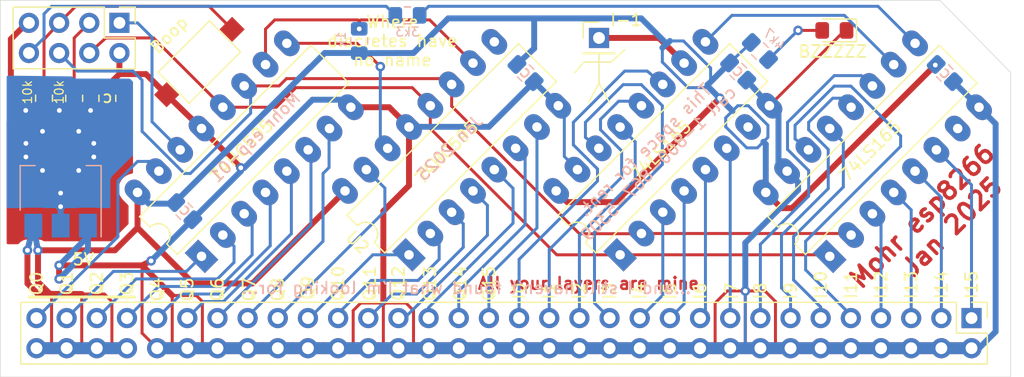
<source format=kicad_pcb>
(kicad_pcb (version 20171130) (host pcbnew 5.1.9+dfsg1-1+deb11u1)

  (general
    (thickness 1.6)
    (drawings 68)
    (tracks 420)
    (zones 0)
    (modules 20)
    (nets 51)
  )

  (page A4)
  (layers
    (0 F.Cu signal)
    (31 B.Cu signal)
    (32 B.Adhes user hide)
    (33 F.Adhes user hide)
    (34 B.Paste user hide)
    (35 F.Paste user hide)
    (36 B.SilkS user)
    (37 F.SilkS user)
    (38 B.Mask user hide)
    (39 F.Mask user hide)
    (40 Dwgs.User user hide)
    (41 Cmts.User user hide)
    (42 Eco1.User user hide)
    (43 Eco2.User user hide)
    (44 Edge.Cuts user)
    (45 Margin user)
    (46 B.CrtYd user)
    (47 F.CrtYd user)
    (48 B.Fab user hide)
    (49 F.Fab user hide)
  )

  (setup
    (last_trace_width 0.5)
    (user_trace_width 0.5)
    (user_trace_width 1)
    (user_trace_width 1.5)
    (user_trace_width 2)
    (trace_clearance 0.2)
    (zone_clearance 0.508)
    (zone_45_only no)
    (trace_min 0.2)
    (via_size 0.8)
    (via_drill 0.4)
    (via_min_size 0.4)
    (via_min_drill 0.3)
    (uvia_size 0.3)
    (uvia_drill 0.1)
    (uvias_allowed no)
    (uvia_min_size 0.2)
    (uvia_min_drill 0.1)
    (edge_width 0.05)
    (segment_width 0.2)
    (pcb_text_width 0.3)
    (pcb_text_size 1.5 1.5)
    (mod_edge_width 0.12)
    (mod_text_size 1 1)
    (mod_text_width 0.15)
    (pad_size 1.5 1.5)
    (pad_drill 0)
    (pad_to_mask_clearance 0)
    (aux_axis_origin 0 0)
    (visible_elements 7FFFFFFF)
    (pcbplotparams
      (layerselection 0x010fc_ffffffff)
      (usegerberextensions false)
      (usegerberattributes true)
      (usegerberadvancedattributes true)
      (creategerberjobfile true)
      (excludeedgelayer true)
      (linewidth 0.100000)
      (plotframeref false)
      (viasonmask false)
      (mode 1)
      (useauxorigin false)
      (hpglpennumber 1)
      (hpglpenspeed 20)
      (hpglpendiameter 15.000000)
      (psnegative false)
      (psa4output false)
      (plotreference true)
      (plotvalue true)
      (plotinvisibletext false)
      (padsonsilk false)
      (subtractmaskfromsilk false)
      (outputformat 1)
      (mirror false)
      (drillshape 0)
      (scaleselection 1)
      (outputdirectory "nc/"))
  )

  (net 0 "")
  (net 1 "Net-(J1-Pad63)")
  (net 2 "Net-(J1-Pad61)")
  (net 3 "Net-(J1-Pad59)")
  (net 4 "Net-(J1-Pad57)")
  (net 5 "Net-(J1-Pad55)")
  (net 6 "Net-(J1-Pad53)")
  (net 7 "Net-(J1-Pad51)")
  (net 8 "Net-(J1-Pad49)")
  (net 9 "Net-(J1-Pad47)")
  (net 10 "Net-(J1-Pad45)")
  (net 11 "Net-(J1-Pad43)")
  (net 12 "Net-(J1-Pad41)")
  (net 13 "Net-(J1-Pad39)")
  (net 14 "Net-(J1-Pad37)")
  (net 15 "Net-(J1-Pad35)")
  (net 16 "Net-(J1-Pad33)")
  (net 17 "Net-(J1-Pad31)")
  (net 18 "Net-(J1-Pad29)")
  (net 19 "Net-(J1-Pad27)")
  (net 20 "Net-(J1-Pad25)")
  (net 21 "Net-(J1-Pad23)")
  (net 22 "Net-(J1-Pad21)")
  (net 23 "Net-(J1-Pad19)")
  (net 24 "Net-(J1-Pad17)")
  (net 25 "Net-(J1-Pad15)")
  (net 26 "Net-(J1-Pad13)")
  (net 27 "Net-(J1-Pad11)")
  (net 28 "Net-(J1-Pad9)")
  (net 29 "Net-(J1-Pad7)")
  (net 30 "Net-(J1-Pad5)")
  (net 31 "Net-(J1-Pad3)")
  (net 32 "Net-(J1-Pad1)")
  (net 33 "Net-(U1-Pad9)")
  (net 34 "Net-(U2-Pad9)")
  (net 35 "Net-(U3-Pad7)")
  (net 36 "Net-(U3-Pad9)")
  (net 37 "Net-(U4-Pad7)")
  (net 38 "Net-(J2-Pad6)")
  (net 39 "Net-(J2-Pad5)")
  (net 40 "Net-(J2-Pad4)")
  (net 41 "Net-(J2-Pad3)")
  (net 42 +5V)
  (net 43 GND)
  (net 44 "Net-(R1-Pad2)")
  (net 45 +3V3)
  (net 46 "Net-(R4-Pad1)")
  (net 47 "Net-(D1-Pad2)")
  (net 48 "Net-(J3-Pad1)")
  (net 49 "Net-(J2-Pad8)")
  (net 50 "Net-(J2-Pad1)")

  (net_class Default "This is the default net class."
    (clearance 0.2)
    (trace_width 0.25)
    (via_dia 0.8)
    (via_drill 0.4)
    (uvia_dia 0.3)
    (uvia_drill 0.1)
    (add_net +3V3)
    (add_net +5V)
    (add_net GND)
    (add_net "Net-(D1-Pad2)")
    (add_net "Net-(J1-Pad1)")
    (add_net "Net-(J1-Pad11)")
    (add_net "Net-(J1-Pad13)")
    (add_net "Net-(J1-Pad15)")
    (add_net "Net-(J1-Pad17)")
    (add_net "Net-(J1-Pad19)")
    (add_net "Net-(J1-Pad21)")
    (add_net "Net-(J1-Pad23)")
    (add_net "Net-(J1-Pad25)")
    (add_net "Net-(J1-Pad27)")
    (add_net "Net-(J1-Pad29)")
    (add_net "Net-(J1-Pad3)")
    (add_net "Net-(J1-Pad31)")
    (add_net "Net-(J1-Pad33)")
    (add_net "Net-(J1-Pad35)")
    (add_net "Net-(J1-Pad37)")
    (add_net "Net-(J1-Pad39)")
    (add_net "Net-(J1-Pad41)")
    (add_net "Net-(J1-Pad43)")
    (add_net "Net-(J1-Pad45)")
    (add_net "Net-(J1-Pad47)")
    (add_net "Net-(J1-Pad49)")
    (add_net "Net-(J1-Pad5)")
    (add_net "Net-(J1-Pad51)")
    (add_net "Net-(J1-Pad53)")
    (add_net "Net-(J1-Pad55)")
    (add_net "Net-(J1-Pad57)")
    (add_net "Net-(J1-Pad59)")
    (add_net "Net-(J1-Pad61)")
    (add_net "Net-(J1-Pad63)")
    (add_net "Net-(J1-Pad7)")
    (add_net "Net-(J1-Pad9)")
    (add_net "Net-(J2-Pad1)")
    (add_net "Net-(J2-Pad3)")
    (add_net "Net-(J2-Pad4)")
    (add_net "Net-(J2-Pad5)")
    (add_net "Net-(J2-Pad6)")
    (add_net "Net-(J2-Pad8)")
    (add_net "Net-(J3-Pad1)")
    (add_net "Net-(R1-Pad2)")
    (add_net "Net-(R4-Pad1)")
    (add_net "Net-(U1-Pad9)")
    (add_net "Net-(U2-Pad9)")
    (add_net "Net-(U3-Pad7)")
    (add_net "Net-(U3-Pad9)")
    (add_net "Net-(U4-Pad7)")
  )

  (module Connector_PinHeader_2.54mm:PinHeader_1x01_P2.54mm_Vertical (layer F.Cu) (tedit 59FED5CC) (tstamp 6798A4FC)
    (at 149.479 89.535)
    (descr "Through hole straight pin header, 1x01, 2.54mm pitch, single row")
    (tags "Through hole pin header THT 1x01 2.54mm single row")
    (path /67D3CBC8)
    (fp_text reference J3 (at 0 -2.33) (layer F.SilkS) hide
      (effects (font (size 1 1) (thickness 0.15)))
    )
    (fp_text value Conn_01x01_Male (at 0 2.33) (layer F.Fab)
      (effects (font (size 1 1) (thickness 0.15)))
    )
    (fp_text user %R (at 0 0 90) (layer F.Fab)
      (effects (font (size 1 1) (thickness 0.15)))
    )
    (fp_line (start -0.635 -1.27) (end 1.27 -1.27) (layer F.Fab) (width 0.1))
    (fp_line (start 1.27 -1.27) (end 1.27 1.27) (layer F.Fab) (width 0.1))
    (fp_line (start 1.27 1.27) (end -1.27 1.27) (layer F.Fab) (width 0.1))
    (fp_line (start -1.27 1.27) (end -1.27 -0.635) (layer F.Fab) (width 0.1))
    (fp_line (start -1.27 -0.635) (end -0.635 -1.27) (layer F.Fab) (width 0.1))
    (fp_line (start -1.33 1.33) (end 1.33 1.33) (layer F.SilkS) (width 0.12))
    (fp_line (start -1.33 1.27) (end -1.33 1.33) (layer F.SilkS) (width 0.12))
    (fp_line (start 1.33 1.27) (end 1.33 1.33) (layer F.SilkS) (width 0.12))
    (fp_line (start -1.33 1.27) (end 1.33 1.27) (layer F.SilkS) (width 0.12))
    (fp_line (start -1.33 0) (end -1.33 -1.33) (layer F.SilkS) (width 0.12))
    (fp_line (start -1.33 -1.33) (end 0 -1.33) (layer F.SilkS) (width 0.12))
    (fp_line (start -1.8 -1.8) (end -1.8 1.8) (layer F.CrtYd) (width 0.05))
    (fp_line (start -1.8 1.8) (end 1.8 1.8) (layer F.CrtYd) (width 0.05))
    (fp_line (start 1.8 1.8) (end 1.8 -1.8) (layer F.CrtYd) (width 0.05))
    (fp_line (start 1.8 -1.8) (end -1.8 -1.8) (layer F.CrtYd) (width 0.05))
    (pad 1 thru_hole rect (at 0 0) (size 1.7 1.7) (drill 1) (layers *.Cu *.Mask)
      (net 48 "Net-(J3-Pad1)"))
    (model ${KISYS3DMOD}/Connector_PinHeader_2.54mm.3dshapes/PinHeader_1x01_P2.54mm_Vertical.wrl
      (at (xyz 0 0 0))
      (scale (xyz 1 1 1))
      (rotate (xyz 0 0 0))
    )
  )

  (module Connector_PinHeader_2.54mm:PinHeader_2x04_P2.54mm_Vertical (layer F.Cu) (tedit 59FED5CC) (tstamp 67967BD6)
    (at 109.093 88.265 270)
    (descr "Through hole straight pin header, 2x04, 2.54mm pitch, double rows")
    (tags "Through hole pin header THT 2x04 2.54mm double row")
    (path /679C8CF2)
    (fp_text reference J2 (at 1.27 -2.33 270) (layer F.SilkS) hide
      (effects (font (size 1 1) (thickness 0.15)))
    )
    (fp_text value Conn_02x04_Odd_Even (at 2.54 0.254 180) (layer F.Fab)
      (effects (font (size 1 1) (thickness 0.15)))
    )
    (fp_text user %R (at 1.27 3.81 180) (layer F.Fab)
      (effects (font (size 1 1) (thickness 0.15)))
    )
    (fp_line (start 0 -1.27) (end 3.81 -1.27) (layer F.Fab) (width 0.1))
    (fp_line (start 3.81 -1.27) (end 3.81 8.89) (layer F.Fab) (width 0.1))
    (fp_line (start 3.81 8.89) (end -1.27 8.89) (layer F.Fab) (width 0.1))
    (fp_line (start -1.27 8.89) (end -1.27 0) (layer F.Fab) (width 0.1))
    (fp_line (start -1.27 0) (end 0 -1.27) (layer F.Fab) (width 0.1))
    (fp_line (start -1.33 8.95) (end 3.87 8.95) (layer F.SilkS) (width 0.12))
    (fp_line (start -1.33 1.27) (end -1.33 8.95) (layer F.SilkS) (width 0.12))
    (fp_line (start 3.87 -1.33) (end 3.87 8.95) (layer F.SilkS) (width 0.12))
    (fp_line (start -1.33 1.27) (end 1.27 1.27) (layer F.SilkS) (width 0.12))
    (fp_line (start 1.27 1.27) (end 1.27 -1.33) (layer F.SilkS) (width 0.12))
    (fp_line (start 1.27 -1.33) (end 3.87 -1.33) (layer F.SilkS) (width 0.12))
    (fp_line (start -1.33 0) (end -1.33 -1.33) (layer F.SilkS) (width 0.12))
    (fp_line (start -1.33 -1.33) (end 0 -1.33) (layer F.SilkS) (width 0.12))
    (fp_line (start -1.8 -1.8) (end -1.8 9.4) (layer F.CrtYd) (width 0.05))
    (fp_line (start -1.8 9.4) (end 4.35 9.4) (layer F.CrtYd) (width 0.05))
    (fp_line (start 4.35 9.4) (end 4.35 -1.8) (layer F.CrtYd) (width 0.05))
    (fp_line (start 4.35 -1.8) (end -1.8 -1.8) (layer F.CrtYd) (width 0.05))
    (pad 8 thru_hole oval (at 2.54 7.62 270) (size 1.7 1.7) (drill 1) (layers *.Cu *.Mask)
      (net 49 "Net-(J2-Pad8)"))
    (pad 7 thru_hole oval (at 0 7.62 270) (size 1.7 1.7) (drill 1) (layers *.Cu *.Mask)
      (net 45 +3V3))
    (pad 6 thru_hole oval (at 2.54 5.08 270) (size 1.7 1.7) (drill 1) (layers *.Cu *.Mask)
      (net 38 "Net-(J2-Pad6)"))
    (pad 5 thru_hole oval (at 0 5.08 270) (size 1.7 1.7) (drill 1) (layers *.Cu *.Mask)
      (net 39 "Net-(J2-Pad5)"))
    (pad 4 thru_hole oval (at 2.54 2.54 270) (size 1.7 1.7) (drill 1) (layers *.Cu *.Mask)
      (net 40 "Net-(J2-Pad4)"))
    (pad 3 thru_hole oval (at 0 2.54 270) (size 1.7 1.7) (drill 1) (layers *.Cu *.Mask)
      (net 41 "Net-(J2-Pad3)"))
    (pad 2 thru_hole oval (at 2.54 0 270) (size 1.7 1.7) (drill 1) (layers *.Cu *.Mask)
      (net 43 GND))
    (pad 1 thru_hole rect (at 0 0 270) (size 1.7 1.7) (drill 1) (layers *.Cu *.Mask)
      (net 50 "Net-(J2-Pad1)"))
    (model ${KISYS3DMOD}/Connector_PinHeader_2.54mm.3dshapes/PinHeader_2x04_P2.54mm_Vertical.wrl
      (at (xyz 0 0 0))
      (scale (xyz 1 1 1))
      (rotate (xyz 0 0 0))
    )
  )

  (module Capacitor_SMD:C_0805_2012Metric_Pad1.15x1.40mm_HandSolder (layer B.Cu) (tedit 5B36C52B) (tstamp 67977AD9)
    (at 178.599216 92.493216 315)
    (descr "Capacitor SMD 0805 (2012 Metric), square (rectangular) end terminal, IPC_7351 nominal with elongated pad for handsoldering. (Body size source: https://docs.google.com/spreadsheets/d/1BsfQQcO9C6DZCsRaXUlFlo91Tg2WpOkGARC1WS5S8t0/edit?usp=sharing), generated with kicad-footprint-generator")
    (tags "capacitor handsolder")
    (path /67BD73CB)
    (attr smd)
    (fp_text reference C5 (at 0 1.65 135) (layer B.SilkS) hide
      (effects (font (size 1 1) (thickness 0.15)) (justify mirror))
    )
    (fp_text value C (at 0 -1.65 135) (layer B.Fab)
      (effects (font (size 1 1) (thickness 0.15)) (justify mirror))
    )
    (fp_text user %R (at 0 0 135) (layer B.Fab)
      (effects (font (size 0.5 0.5) (thickness 0.08)) (justify mirror))
    )
    (fp_line (start -1 -0.6) (end -1 0.6) (layer B.Fab) (width 0.1))
    (fp_line (start -1 0.6) (end 1 0.6) (layer B.Fab) (width 0.1))
    (fp_line (start 1 0.6) (end 1 -0.6) (layer B.Fab) (width 0.1))
    (fp_line (start 1 -0.6) (end -1 -0.6) (layer B.Fab) (width 0.1))
    (fp_line (start -0.261252 0.71) (end 0.261252 0.71) (layer B.SilkS) (width 0.12))
    (fp_line (start -0.261252 -0.71) (end 0.261252 -0.71) (layer B.SilkS) (width 0.12))
    (fp_line (start -1.85 -0.95) (end -1.85 0.95) (layer B.CrtYd) (width 0.05))
    (fp_line (start -1.85 0.95) (end 1.85 0.95) (layer B.CrtYd) (width 0.05))
    (fp_line (start 1.85 0.95) (end 1.85 -0.95) (layer B.CrtYd) (width 0.05))
    (fp_line (start 1.85 -0.95) (end -1.85 -0.95) (layer B.CrtYd) (width 0.05))
    (pad 2 smd roundrect (at 1.025 0 315) (size 1.15 1.4) (layers B.Cu B.Paste B.Mask) (roundrect_rratio 0.2173904347826087)
      (net 43 GND))
    (pad 1 smd roundrect (at -1.025 0 315) (size 1.15 1.4) (layers B.Cu B.Paste B.Mask) (roundrect_rratio 0.2173904347826087)
      (net 42 +5V))
    (model ${KISYS3DMOD}/Capacitor_SMD.3dshapes/C_0805_2012Metric.wrl
      (at (xyz 0 0 0))
      (scale (xyz 1 1 1))
      (rotate (xyz 0 0 0))
    )
  )

  (module Capacitor_SMD:C_0805_2012Metric_Pad1.15x1.40mm_HandSolder (layer B.Cu) (tedit 5B36C52B) (tstamp 679779FA)
    (at 161.200216 92.366216 315)
    (descr "Capacitor SMD 0805 (2012 Metric), square (rectangular) end terminal, IPC_7351 nominal with elongated pad for handsoldering. (Body size source: https://docs.google.com/spreadsheets/d/1BsfQQcO9C6DZCsRaXUlFlo91Tg2WpOkGARC1WS5S8t0/edit?usp=sharing), generated with kicad-footprint-generator")
    (tags "capacitor handsolder")
    (path /67BD6D05)
    (attr smd)
    (fp_text reference C4 (at 0 1.65 135) (layer B.SilkS) hide
      (effects (font (size 1 1) (thickness 0.15)) (justify mirror))
    )
    (fp_text value C (at 0 -1.65 135) (layer B.Fab)
      (effects (font (size 1 1) (thickness 0.15)) (justify mirror))
    )
    (fp_text user %R (at 0 0 135) (layer B.Fab)
      (effects (font (size 0.5 0.5) (thickness 0.08)) (justify mirror))
    )
    (fp_line (start -1 -0.6) (end -1 0.6) (layer B.Fab) (width 0.1))
    (fp_line (start -1 0.6) (end 1 0.6) (layer B.Fab) (width 0.1))
    (fp_line (start 1 0.6) (end 1 -0.6) (layer B.Fab) (width 0.1))
    (fp_line (start 1 -0.6) (end -1 -0.6) (layer B.Fab) (width 0.1))
    (fp_line (start -0.261252 0.71) (end 0.261252 0.71) (layer B.SilkS) (width 0.12))
    (fp_line (start -0.261252 -0.71) (end 0.261252 -0.71) (layer B.SilkS) (width 0.12))
    (fp_line (start -1.85 -0.95) (end -1.85 0.95) (layer B.CrtYd) (width 0.05))
    (fp_line (start -1.85 0.95) (end 1.85 0.95) (layer B.CrtYd) (width 0.05))
    (fp_line (start 1.85 0.95) (end 1.85 -0.95) (layer B.CrtYd) (width 0.05))
    (fp_line (start 1.85 -0.95) (end -1.85 -0.95) (layer B.CrtYd) (width 0.05))
    (pad 2 smd roundrect (at 1.025 0 315) (size 1.15 1.4) (layers B.Cu B.Paste B.Mask) (roundrect_rratio 0.2173904347826087)
      (net 43 GND))
    (pad 1 smd roundrect (at -1.025 0 315) (size 1.15 1.4) (layers B.Cu B.Paste B.Mask) (roundrect_rratio 0.2173904347826087)
      (net 42 +5V))
    (model ${KISYS3DMOD}/Capacitor_SMD.3dshapes/C_0805_2012Metric.wrl
      (at (xyz 0 0 0))
      (scale (xyz 1 1 1))
      (rotate (xyz 0 0 0))
    )
  )

  (module Capacitor_SMD:C_0805_2012Metric_Pad1.15x1.40mm_HandSolder (layer B.Cu) (tedit 5B36C52B) (tstamp 6797791B)
    (at 143.293216 92.493216 315)
    (descr "Capacitor SMD 0805 (2012 Metric), square (rectangular) end terminal, IPC_7351 nominal with elongated pad for handsoldering. (Body size source: https://docs.google.com/spreadsheets/d/1BsfQQcO9C6DZCsRaXUlFlo91Tg2WpOkGARC1WS5S8t0/edit?usp=sharing), generated with kicad-footprint-generator")
    (tags "capacitor handsolder")
    (path /67BD633E)
    (attr smd)
    (fp_text reference C3 (at 0 1.65 135) (layer B.SilkS) hide
      (effects (font (size 1 1) (thickness 0.15)) (justify mirror))
    )
    (fp_text value C (at 0 -1.65 135) (layer B.Fab)
      (effects (font (size 1 1) (thickness 0.15)) (justify mirror))
    )
    (fp_text user %R (at 0 0 135) (layer B.Fab)
      (effects (font (size 0.5 0.5) (thickness 0.08)) (justify mirror))
    )
    (fp_line (start -1 -0.6) (end -1 0.6) (layer B.Fab) (width 0.1))
    (fp_line (start -1 0.6) (end 1 0.6) (layer B.Fab) (width 0.1))
    (fp_line (start 1 0.6) (end 1 -0.6) (layer B.Fab) (width 0.1))
    (fp_line (start 1 -0.6) (end -1 -0.6) (layer B.Fab) (width 0.1))
    (fp_line (start -0.261252 0.71) (end 0.261252 0.71) (layer B.SilkS) (width 0.12))
    (fp_line (start -0.261252 -0.71) (end 0.261252 -0.71) (layer B.SilkS) (width 0.12))
    (fp_line (start -1.85 -0.95) (end -1.85 0.95) (layer B.CrtYd) (width 0.05))
    (fp_line (start -1.85 0.95) (end 1.85 0.95) (layer B.CrtYd) (width 0.05))
    (fp_line (start 1.85 0.95) (end 1.85 -0.95) (layer B.CrtYd) (width 0.05))
    (fp_line (start 1.85 -0.95) (end -1.85 -0.95) (layer B.CrtYd) (width 0.05))
    (pad 2 smd roundrect (at 1.025 0 315) (size 1.15 1.4) (layers B.Cu B.Paste B.Mask) (roundrect_rratio 0.2173904347826087)
      (net 43 GND))
    (pad 1 smd roundrect (at -1.025 0 315) (size 1.15 1.4) (layers B.Cu B.Paste B.Mask) (roundrect_rratio 0.2173904347826087)
      (net 42 +5V))
    (model ${KISYS3DMOD}/Capacitor_SMD.3dshapes/C_0805_2012Metric.wrl
      (at (xyz 0 0 0))
      (scale (xyz 1 1 1))
      (rotate (xyz 0 0 0))
    )
  )

  (module Capacitor_SMD:C_0805_2012Metric_Pad1.15x1.40mm_HandSolder (layer F.Cu) (tedit 5B36C52B) (tstamp 6797783C)
    (at 108.077 94.624 90)
    (descr "Capacitor SMD 0805 (2012 Metric), square (rectangular) end terminal, IPC_7351 nominal with elongated pad for handsoldering. (Body size source: https://docs.google.com/spreadsheets/d/1BsfQQcO9C6DZCsRaXUlFlo91Tg2WpOkGARC1WS5S8t0/edit?usp=sharing), generated with kicad-footprint-generator")
    (tags "capacitor handsolder")
    (path /67BD7984)
    (attr smd)
    (fp_text reference C2 (at 0 -1.65 90) (layer F.SilkS) hide
      (effects (font (size 1 1) (thickness 0.15)))
    )
    (fp_text value C (at 0 1.65 90) (layer F.Fab)
      (effects (font (size 1 1) (thickness 0.15)))
    )
    (fp_text user %R (at 0 0 90) (layer F.Fab)
      (effects (font (size 0.5 0.5) (thickness 0.08)))
    )
    (fp_line (start -1 0.6) (end -1 -0.6) (layer F.Fab) (width 0.1))
    (fp_line (start -1 -0.6) (end 1 -0.6) (layer F.Fab) (width 0.1))
    (fp_line (start 1 -0.6) (end 1 0.6) (layer F.Fab) (width 0.1))
    (fp_line (start 1 0.6) (end -1 0.6) (layer F.Fab) (width 0.1))
    (fp_line (start -0.261252 -0.71) (end 0.261252 -0.71) (layer F.SilkS) (width 0.12))
    (fp_line (start -0.261252 0.71) (end 0.261252 0.71) (layer F.SilkS) (width 0.12))
    (fp_line (start -1.85 0.95) (end -1.85 -0.95) (layer F.CrtYd) (width 0.05))
    (fp_line (start -1.85 -0.95) (end 1.85 -0.95) (layer F.CrtYd) (width 0.05))
    (fp_line (start 1.85 -0.95) (end 1.85 0.95) (layer F.CrtYd) (width 0.05))
    (fp_line (start 1.85 0.95) (end -1.85 0.95) (layer F.CrtYd) (width 0.05))
    (pad 2 smd roundrect (at 1.025 0 90) (size 1.15 1.4) (layers F.Cu F.Paste F.Mask) (roundrect_rratio 0.2173904347826087)
      (net 43 GND))
    (pad 1 smd roundrect (at -1.025 0 90) (size 1.15 1.4) (layers F.Cu F.Paste F.Mask) (roundrect_rratio 0.2173904347826087)
      (net 45 +3V3))
    (model ${KISYS3DMOD}/Capacitor_SMD.3dshapes/C_0805_2012Metric.wrl
      (at (xyz 0 0 0))
      (scale (xyz 1 1 1))
      (rotate (xyz 0 0 0))
    )
  )

  (module Capacitor_SMD:C_0805_2012Metric_Pad1.15x1.40mm_HandSolder (layer B.Cu) (tedit 5B36C52B) (tstamp 6797775D)
    (at 114.554 104.14 315)
    (descr "Capacitor SMD 0805 (2012 Metric), square (rectangular) end terminal, IPC_7351 nominal with elongated pad for handsoldering. (Body size source: https://docs.google.com/spreadsheets/d/1BsfQQcO9C6DZCsRaXUlFlo91Tg2WpOkGARC1WS5S8t0/edit?usp=sharing), generated with kicad-footprint-generator")
    (tags "capacitor handsolder")
    (path /67BD5C29)
    (attr smd)
    (fp_text reference C1 (at 0 1.65 135) (layer B.SilkS) hide
      (effects (font (size 1 1) (thickness 0.15)) (justify mirror))
    )
    (fp_text value C (at 0 -1.65 135) (layer B.Fab)
      (effects (font (size 1 1) (thickness 0.15)) (justify mirror))
    )
    (fp_text user %R (at 0 0 135) (layer B.Fab)
      (effects (font (size 0.5 0.5) (thickness 0.08)) (justify mirror))
    )
    (fp_line (start -1 -0.6) (end -1 0.6) (layer B.Fab) (width 0.1))
    (fp_line (start -1 0.6) (end 1 0.6) (layer B.Fab) (width 0.1))
    (fp_line (start 1 0.6) (end 1 -0.6) (layer B.Fab) (width 0.1))
    (fp_line (start 1 -0.6) (end -1 -0.6) (layer B.Fab) (width 0.1))
    (fp_line (start -0.261252 0.71) (end 0.261252 0.71) (layer B.SilkS) (width 0.12))
    (fp_line (start -0.261252 -0.71) (end 0.261252 -0.71) (layer B.SilkS) (width 0.12))
    (fp_line (start -1.85 -0.95) (end -1.85 0.95) (layer B.CrtYd) (width 0.05))
    (fp_line (start -1.85 0.95) (end 1.85 0.95) (layer B.CrtYd) (width 0.05))
    (fp_line (start 1.85 0.95) (end 1.85 -0.95) (layer B.CrtYd) (width 0.05))
    (fp_line (start 1.85 -0.95) (end -1.85 -0.95) (layer B.CrtYd) (width 0.05))
    (pad 2 smd roundrect (at 1.025 0 315) (size 1.15 1.4) (layers B.Cu B.Paste B.Mask) (roundrect_rratio 0.2173904347826087)
      (net 43 GND))
    (pad 1 smd roundrect (at -1.025 0 315) (size 1.15 1.4) (layers B.Cu B.Paste B.Mask) (roundrect_rratio 0.2173904347826087)
      (net 42 +5V))
    (model ${KISYS3DMOD}/Capacitor_SMD.3dshapes/C_0805_2012Metric.wrl
      (at (xyz 0 0 0))
      (scale (xyz 1 1 1))
      (rotate (xyz 0 0 0))
    )
  )

  (module Resistor_SMD:R_0805_2012Metric_Pad1.15x1.40mm_HandSolder (layer B.Cu) (tedit 5B36C52B) (tstamp 67976D71)
    (at 163.030784 90.640784 315)
    (descr "Resistor SMD 0805 (2012 Metric), square (rectangular) end terminal, IPC_7351 nominal with elongated pad for handsoldering. (Body size source: https://docs.google.com/spreadsheets/d/1BsfQQcO9C6DZCsRaXUlFlo91Tg2WpOkGARC1WS5S8t0/edit?usp=sharing), generated with kicad-footprint-generator")
    (tags "resistor handsolder")
    (path /67BD132E)
    (attr smd)
    (fp_text reference R5 (at 0 1.65 315) (layer B.SilkS) hide
      (effects (font (size 1 1) (thickness 0.15)) (justify mirror))
    )
    (fp_text value R (at 0 -1.65 315) (layer B.Fab)
      (effects (font (size 1 1) (thickness 0.15)) (justify mirror))
    )
    (fp_text user %R (at 0 0 315) (layer B.Fab)
      (effects (font (size 0.5 0.5) (thickness 0.08)) (justify mirror))
    )
    (fp_line (start -1 -0.6) (end -1 0.6) (layer B.Fab) (width 0.1))
    (fp_line (start -1 0.6) (end 1 0.6) (layer B.Fab) (width 0.1))
    (fp_line (start 1 0.6) (end 1 -0.6) (layer B.Fab) (width 0.1))
    (fp_line (start 1 -0.6) (end -1 -0.6) (layer B.Fab) (width 0.1))
    (fp_line (start -0.261252 0.71) (end 0.261252 0.71) (layer B.SilkS) (width 0.12))
    (fp_line (start -0.261252 -0.71) (end 0.261252 -0.71) (layer B.SilkS) (width 0.12))
    (fp_line (start -1.85 -0.95) (end -1.85 0.95) (layer B.CrtYd) (width 0.05))
    (fp_line (start -1.85 0.95) (end 1.85 0.95) (layer B.CrtYd) (width 0.05))
    (fp_line (start 1.85 0.95) (end 1.85 -0.95) (layer B.CrtYd) (width 0.05))
    (fp_line (start 1.85 -0.95) (end -1.85 -0.95) (layer B.CrtYd) (width 0.05))
    (pad 2 smd roundrect (at 1.025 0 315) (size 1.15 1.4) (layers B.Cu B.Paste B.Mask) (roundrect_rratio 0.2173904347826087)
      (net 47 "Net-(D1-Pad2)"))
    (pad 1 smd roundrect (at -1.025 0 315) (size 1.15 1.4) (layers B.Cu B.Paste B.Mask) (roundrect_rratio 0.2173904347826087)
      (net 42 +5V))
    (model ${KISYS3DMOD}/Resistor_SMD.3dshapes/R_0805_2012Metric.wrl
      (at (xyz 0 0 0))
      (scale (xyz 1 1 1))
      (rotate (xyz 0 0 0))
    )
  )

  (module LED_SMD:LED_0805_2012Metric_Pad1.15x1.40mm_HandSolder (layer F.Cu) (tedit 5B4B45C9) (tstamp 67976B86)
    (at 169.3 88.9 180)
    (descr "LED SMD 0805 (2012 Metric), square (rectangular) end terminal, IPC_7351 nominal, (Body size source: https://docs.google.com/spreadsheets/d/1BsfQQcO9C6DZCsRaXUlFlo91Tg2WpOkGARC1WS5S8t0/edit?usp=sharing), generated with kicad-footprint-generator")
    (tags "LED handsolder")
    (path /67BD07DA)
    (attr smd)
    (fp_text reference D1 (at 0 -1.65) (layer F.SilkS) hide
      (effects (font (size 1 1) (thickness 0.15)))
    )
    (fp_text value LED (at 0 1.65) (layer F.Fab)
      (effects (font (size 1 1) (thickness 0.15)))
    )
    (fp_text user %R (at 0 0) (layer F.Fab)
      (effects (font (size 0.5 0.5) (thickness 0.08)))
    )
    (fp_line (start 1 -0.6) (end -0.7 -0.6) (layer F.Fab) (width 0.1))
    (fp_line (start -0.7 -0.6) (end -1 -0.3) (layer F.Fab) (width 0.1))
    (fp_line (start -1 -0.3) (end -1 0.6) (layer F.Fab) (width 0.1))
    (fp_line (start -1 0.6) (end 1 0.6) (layer F.Fab) (width 0.1))
    (fp_line (start 1 0.6) (end 1 -0.6) (layer F.Fab) (width 0.1))
    (fp_line (start 1 -0.96) (end -1.86 -0.96) (layer F.SilkS) (width 0.12))
    (fp_line (start -1.86 -0.96) (end -1.86 0.96) (layer F.SilkS) (width 0.12))
    (fp_line (start -1.86 0.96) (end 1 0.96) (layer F.SilkS) (width 0.12))
    (fp_line (start -1.85 0.95) (end -1.85 -0.95) (layer F.CrtYd) (width 0.05))
    (fp_line (start -1.85 -0.95) (end 1.85 -0.95) (layer F.CrtYd) (width 0.05))
    (fp_line (start 1.85 -0.95) (end 1.85 0.95) (layer F.CrtYd) (width 0.05))
    (fp_line (start 1.85 0.95) (end -1.85 0.95) (layer F.CrtYd) (width 0.05))
    (pad 2 smd roundrect (at 1.025 0 180) (size 1.15 1.4) (layers F.Cu F.Paste F.Mask) (roundrect_rratio 0.2173904347826087)
      (net 47 "Net-(D1-Pad2)"))
    (pad 1 smd roundrect (at -1.025 0 180) (size 1.15 1.4) (layers F.Cu F.Paste F.Mask) (roundrect_rratio 0.2173904347826087)
      (net 43 GND))
    (model ${KISYS3DMOD}/LED_SMD.3dshapes/LED_0805_2012Metric.wrl
      (at (xyz 0 0 0))
      (scale (xyz 1 1 1))
      (rotate (xyz 0 0 0))
    )
  )

  (module Button_Switch_SMD:SW_SPST_CK_RS282G05A3 (layer F.Cu) (tedit 5A7A67D2) (tstamp 6796D532)
    (at 115.824 91.567 225)
    (descr https://www.mouser.com/ds/2/60/RS-282G05A-SM_RT-1159762.pdf)
    (tags "SPST button tactile switch")
    (path /67A9B0F7)
    (attr smd)
    (fp_text reference SW1 (at 0 -2.600001 45) (layer F.SilkS) hide
      (effects (font (size 1 1) (thickness 0.15)))
    )
    (fp_text value SW_Push (at 0 3 45) (layer F.Fab)
      (effects (font (size 1 1) (thickness 0.15)))
    )
    (fp_text user %R (at 0 -2.6 45) (layer F.Fab)
      (effects (font (size 1 1) (thickness 0.15)))
    )
    (fp_line (start -4.9 2.05) (end -4.9 -2.05) (layer F.CrtYd) (width 0.05))
    (fp_line (start 4.9 2.05) (end -4.9 2.05) (layer F.CrtYd) (width 0.05))
    (fp_line (start 4.9 -2.05) (end 4.9 2.05) (layer F.CrtYd) (width 0.05))
    (fp_line (start -4.9 -2.05) (end 4.9 -2.05) (layer F.CrtYd) (width 0.05))
    (fp_line (start -1.75 -1) (end 1.75 -1) (layer F.Fab) (width 0.1))
    (fp_line (start 1.75 -1) (end 1.75 1) (layer F.Fab) (width 0.1))
    (fp_line (start 1.75 1) (end -1.75 1) (layer F.Fab) (width 0.1))
    (fp_line (start -1.75 1) (end -1.75 -1) (layer F.Fab) (width 0.1))
    (fp_line (start -3.06 -1.85) (end 3.06 -1.85) (layer F.SilkS) (width 0.12))
    (fp_line (start 3.06 -1.85) (end 3.06 1.85) (layer F.SilkS) (width 0.12))
    (fp_line (start 3.06 1.85) (end -3.06 1.85) (layer F.SilkS) (width 0.12))
    (fp_line (start -3.06 1.85) (end -3.06 -1.85) (layer F.SilkS) (width 0.12))
    (fp_line (start -1.5 0.8) (end 1.5 0.8) (layer F.Fab) (width 0.1))
    (fp_line (start -1.5 -0.8) (end 1.5 -0.8) (layer F.Fab) (width 0.1))
    (fp_line (start 1.5 -0.8) (end 1.5 0.8) (layer F.Fab) (width 0.1))
    (fp_line (start -1.5 -0.8) (end -1.5 0.8) (layer F.Fab) (width 0.1))
    (fp_line (start -3 1.8) (end 3 1.8) (layer F.Fab) (width 0.1))
    (fp_line (start -3 -1.8) (end 3 -1.8) (layer F.Fab) (width 0.1))
    (fp_line (start -3 -1.8) (end -3 1.8) (layer F.Fab) (width 0.1))
    (fp_line (start 3 -1.8) (end 3 1.8) (layer F.Fab) (width 0.1))
    (pad 2 smd rect (at 3.9 0 225) (size 1.5 1.5) (layers F.Cu F.Paste F.Mask)
      (net 43 GND))
    (pad 1 smd rect (at -3.9 0 225) (size 1.5 1.5) (layers F.Cu F.Paste F.Mask)
      (net 39 "Net-(J2-Pad5)"))
    (model ${KISYS3DMOD}/Button_Switch_SMD.3dshapes/SW_SPST_CK_RS282G05A3.wrl
      (at (xyz 0 0 0))
      (scale (xyz 1 1 1))
      (rotate (xyz 0 0 0))
    )
  )

  (module Resistor_SMD:R_0805_2012Metric_Pad1.15x1.40mm_HandSolder (layer B.Cu) (tedit 5B36C52B) (tstamp 6796D46F)
    (at 133.35 87.63 180)
    (descr "Resistor SMD 0805 (2012 Metric), square (rectangular) end terminal, IPC_7351 nominal with elongated pad for handsoldering. (Body size source: https://docs.google.com/spreadsheets/d/1BsfQQcO9C6DZCsRaXUlFlo91Tg2WpOkGARC1WS5S8t0/edit?usp=sharing), generated with kicad-footprint-generator")
    (tags "resistor handsolder")
    (path /67AFB294)
    (attr smd)
    (fp_text reference R4 (at 0 -1.651) (layer B.SilkS) hide
      (effects (font (size 1 1) (thickness 0.15)) (justify mirror))
    )
    (fp_text value 3.3k (at 0 -1.65) (layer B.Fab)
      (effects (font (size 1 1) (thickness 0.15)) (justify mirror))
    )
    (fp_line (start 1.85 -0.95) (end -1.85 -0.95) (layer B.CrtYd) (width 0.05))
    (fp_line (start 1.85 0.95) (end 1.85 -0.95) (layer B.CrtYd) (width 0.05))
    (fp_line (start -1.85 0.95) (end 1.85 0.95) (layer B.CrtYd) (width 0.05))
    (fp_line (start -1.85 -0.95) (end -1.85 0.95) (layer B.CrtYd) (width 0.05))
    (fp_line (start -0.261252 -0.71) (end 0.261252 -0.71) (layer B.SilkS) (width 0.12))
    (fp_line (start -0.261252 0.71) (end 0.261252 0.71) (layer B.SilkS) (width 0.12))
    (fp_line (start 1 -0.6) (end -1 -0.6) (layer B.Fab) (width 0.1))
    (fp_line (start 1 0.6) (end 1 -0.6) (layer B.Fab) (width 0.1))
    (fp_line (start -1 0.6) (end 1 0.6) (layer B.Fab) (width 0.1))
    (fp_line (start -1 -0.6) (end -1 0.6) (layer B.Fab) (width 0.1))
    (fp_text user %R (at 0 0) (layer B.Fab)
      (effects (font (size 0.5 0.5) (thickness 0.08)) (justify mirror))
    )
    (pad 2 smd roundrect (at 1.025 0 180) (size 1.15 1.4) (layers B.Cu B.Paste B.Mask) (roundrect_rratio 0.2173904347826087)
      (net 49 "Net-(J2-Pad8)"))
    (pad 1 smd roundrect (at -1.025 0 180) (size 1.15 1.4) (layers B.Cu B.Paste B.Mask) (roundrect_rratio 0.2173904347826087)
      (net 46 "Net-(R4-Pad1)"))
    (model ${KISYS3DMOD}/Resistor_SMD.3dshapes/R_0805_2012Metric.wrl
      (at (xyz 0 0 0))
      (scale (xyz 1 1 1))
      (rotate (xyz 0 0 0))
    )
  )

  (module Resistor_SMD:R_0805_2012Metric_Pad1.15x1.40mm_HandSolder (layer F.Cu) (tedit 5B36C52B) (tstamp 679785EB)
    (at 102.743 94.615 270)
    (descr "Resistor SMD 0805 (2012 Metric), square (rectangular) end terminal, IPC_7351 nominal with elongated pad for handsoldering. (Body size source: https://docs.google.com/spreadsheets/d/1BsfQQcO9C6DZCsRaXUlFlo91Tg2WpOkGARC1WS5S8t0/edit?usp=sharing), generated with kicad-footprint-generator")
    (tags "resistor handsolder")
    (path /67A8361C)
    (attr smd)
    (fp_text reference R3 (at 0 -1.65 90) (layer F.SilkS) hide
      (effects (font (size 1 1) (thickness 0.15)))
    )
    (fp_text value 10k (at 0 1.65 90) (layer F.Fab)
      (effects (font (size 1 1) (thickness 0.15)))
    )
    (fp_line (start 1.85 0.95) (end -1.85 0.95) (layer F.CrtYd) (width 0.05))
    (fp_line (start 1.85 -0.95) (end 1.85 0.95) (layer F.CrtYd) (width 0.05))
    (fp_line (start -1.85 -0.95) (end 1.85 -0.95) (layer F.CrtYd) (width 0.05))
    (fp_line (start -1.85 0.95) (end -1.85 -0.95) (layer F.CrtYd) (width 0.05))
    (fp_line (start -0.261252 0.71) (end 0.261252 0.71) (layer F.SilkS) (width 0.12))
    (fp_line (start -0.261252 -0.71) (end 0.261252 -0.71) (layer F.SilkS) (width 0.12))
    (fp_line (start 1 0.6) (end -1 0.6) (layer F.Fab) (width 0.1))
    (fp_line (start 1 -0.6) (end 1 0.6) (layer F.Fab) (width 0.1))
    (fp_line (start -1 -0.6) (end 1 -0.6) (layer F.Fab) (width 0.1))
    (fp_line (start -1 0.6) (end -1 -0.6) (layer F.Fab) (width 0.1))
    (fp_text user %R (at 0 0 90) (layer F.Fab)
      (effects (font (size 0.5 0.5) (thickness 0.08)))
    )
    (pad 2 smd roundrect (at 1.025 0 270) (size 1.15 1.4) (layers F.Cu F.Paste F.Mask) (roundrect_rratio 0.2173904347826087)
      (net 45 +3V3))
    (pad 1 smd roundrect (at -1.025 0 270) (size 1.15 1.4) (layers F.Cu F.Paste F.Mask) (roundrect_rratio 0.2173904347826087)
      (net 39 "Net-(J2-Pad5)"))
    (model ${KISYS3DMOD}/Resistor_SMD.3dshapes/R_0805_2012Metric.wrl
      (at (xyz 0 0 0))
      (scale (xyz 1 1 1))
      (rotate (xyz 0 0 0))
    )
  )

  (module Resistor_SMD:R_0805_2012Metric_Pad1.15x1.40mm_HandSolder (layer F.Cu) (tedit 5B36C52B) (tstamp 6796D361)
    (at 105.283 94.624 270)
    (descr "Resistor SMD 0805 (2012 Metric), square (rectangular) end terminal, IPC_7351 nominal with elongated pad for handsoldering. (Body size source: https://docs.google.com/spreadsheets/d/1BsfQQcO9C6DZCsRaXUlFlo91Tg2WpOkGARC1WS5S8t0/edit?usp=sharing), generated with kicad-footprint-generator")
    (tags "resistor handsolder")
    (path /67AEB0B2)
    (attr smd)
    (fp_text reference R2 (at 0 -1.65 90) (layer F.SilkS) hide
      (effects (font (size 1 1) (thickness 0.15)))
    )
    (fp_text value 10k (at 0 1.65 90) (layer F.Fab)
      (effects (font (size 1 1) (thickness 0.15)))
    )
    (fp_line (start 1.85 0.95) (end -1.85 0.95) (layer F.CrtYd) (width 0.05))
    (fp_line (start 1.85 -0.95) (end 1.85 0.95) (layer F.CrtYd) (width 0.05))
    (fp_line (start -1.85 -0.95) (end 1.85 -0.95) (layer F.CrtYd) (width 0.05))
    (fp_line (start -1.85 0.95) (end -1.85 -0.95) (layer F.CrtYd) (width 0.05))
    (fp_line (start -0.261252 0.71) (end 0.261252 0.71) (layer F.SilkS) (width 0.12))
    (fp_line (start -0.261252 -0.71) (end 0.261252 -0.71) (layer F.SilkS) (width 0.12))
    (fp_line (start 1 0.6) (end -1 0.6) (layer F.Fab) (width 0.1))
    (fp_line (start 1 -0.6) (end 1 0.6) (layer F.Fab) (width 0.1))
    (fp_line (start -1 -0.6) (end 1 -0.6) (layer F.Fab) (width 0.1))
    (fp_line (start -1 0.6) (end -1 -0.6) (layer F.Fab) (width 0.1))
    (fp_text user %R (at 0 0 90) (layer F.Fab)
      (effects (font (size 0.5 0.5) (thickness 0.08)))
    )
    (pad 2 smd roundrect (at 1.025 0 270) (size 1.15 1.4) (layers F.Cu F.Paste F.Mask) (roundrect_rratio 0.2173904347826087)
      (net 45 +3V3))
    (pad 1 smd roundrect (at -1.025 0 270) (size 1.15 1.4) (layers F.Cu F.Paste F.Mask) (roundrect_rratio 0.2173904347826087)
      (net 41 "Net-(J2-Pad3)"))
    (model ${KISYS3DMOD}/Resistor_SMD.3dshapes/R_0805_2012Metric.wrl
      (at (xyz 0 0 0))
      (scale (xyz 1 1 1))
      (rotate (xyz 0 0 0))
    )
  )

  (module Package_TO_SOT_SMD:SOT-223-3_TabPin2 (layer B.Cu) (tedit 5A02FF57) (tstamp 67968656)
    (at 104.14 102.21 90)
    (descr "module CMS SOT223 4 pins")
    (tags "CMS SOT")
    (path /67A3B9B1)
    (attr smd)
    (fp_text reference U5 (at 0 4.5 270) (layer B.SilkS) hide
      (effects (font (size 1 1) (thickness 0.15)) (justify mirror))
    )
    (fp_text value LM1117-3.3 (at 0 -4.5 270) (layer B.Fab)
      (effects (font (size 1 1) (thickness 0.15)) (justify mirror))
    )
    (fp_line (start 1.91 -3.41) (end 1.91 -2.15) (layer B.SilkS) (width 0.12))
    (fp_line (start 1.91 3.41) (end 1.91 2.15) (layer B.SilkS) (width 0.12))
    (fp_line (start 4.4 3.6) (end -4.4 3.6) (layer B.CrtYd) (width 0.05))
    (fp_line (start 4.4 -3.6) (end 4.4 3.6) (layer B.CrtYd) (width 0.05))
    (fp_line (start -4.4 -3.6) (end 4.4 -3.6) (layer B.CrtYd) (width 0.05))
    (fp_line (start -4.4 3.6) (end -4.4 -3.6) (layer B.CrtYd) (width 0.05))
    (fp_line (start -1.85 2.35) (end -0.85 3.35) (layer B.Fab) (width 0.1))
    (fp_line (start -1.85 2.35) (end -1.85 -3.35) (layer B.Fab) (width 0.1))
    (fp_line (start -1.85 -3.41) (end 1.91 -3.41) (layer B.SilkS) (width 0.12))
    (fp_line (start -0.85 3.35) (end 1.85 3.35) (layer B.Fab) (width 0.1))
    (fp_line (start -4.1 3.41) (end 1.91 3.41) (layer B.SilkS) (width 0.12))
    (fp_line (start -1.85 -3.35) (end 1.85 -3.35) (layer B.Fab) (width 0.1))
    (fp_line (start 1.85 3.35) (end 1.85 -3.35) (layer B.Fab) (width 0.1))
    (fp_text user %R (at 0 0) (layer B.Fab)
      (effects (font (size 0.8 0.8) (thickness 0.12)) (justify mirror))
    )
    (pad 1 smd rect (at -3.15 2.3 90) (size 2 1.5) (layers B.Cu B.Paste B.Mask)
      (net 43 GND))
    (pad 3 smd rect (at -3.15 -2.3 90) (size 2 1.5) (layers B.Cu B.Paste B.Mask)
      (net 42 +5V))
    (pad 2 smd rect (at -3.15 0 90) (size 2 1.5) (layers B.Cu B.Paste B.Mask)
      (net 45 +3V3))
    (pad 2 smd rect (at 3.15 0 90) (size 2 3.8) (layers B.Cu B.Paste B.Mask)
      (net 45 +3V3))
    (model ${KISYS3DMOD}/Package_TO_SOT_SMD.3dshapes/SOT-223.wrl
      (at (xyz 0 0 0))
      (scale (xyz 1 1 1))
      (rotate (xyz 0 0 0))
    )
  )

  (module Resistor_SMD:R_0805_2012Metric_Pad1.15x1.40mm_HandSolder (layer B.Cu) (tedit 5B36C52B) (tstamp 67968436)
    (at 129.286 89.789 90)
    (descr "Resistor SMD 0805 (2012 Metric), square (rectangular) end terminal, IPC_7351 nominal with elongated pad for handsoldering. (Body size source: https://docs.google.com/spreadsheets/d/1BsfQQcO9C6DZCsRaXUlFlo91Tg2WpOkGARC1WS5S8t0/edit?usp=sharing), generated with kicad-footprint-generator")
    (tags "resistor handsolder")
    (path /67A393D8)
    (attr smd)
    (fp_text reference R1 (at 0 1.65 270) (layer B.SilkS) hide
      (effects (font (size 1 1) (thickness 0.15)) (justify mirror))
    )
    (fp_text value R (at 0 -1.65 270) (layer B.Fab)
      (effects (font (size 1 1) (thickness 0.15)) (justify mirror))
    )
    (fp_line (start -1 -0.6) (end -1 0.6) (layer B.Fab) (width 0.1))
    (fp_line (start -1 0.6) (end 1 0.6) (layer B.Fab) (width 0.1))
    (fp_line (start 1 0.6) (end 1 -0.6) (layer B.Fab) (width 0.1))
    (fp_line (start 1 -0.6) (end -1 -0.6) (layer B.Fab) (width 0.1))
    (fp_line (start -0.261252 0.71) (end 0.261252 0.71) (layer B.SilkS) (width 0.12))
    (fp_line (start -0.261252 -0.71) (end 0.261252 -0.71) (layer B.SilkS) (width 0.12))
    (fp_line (start -1.85 -0.95) (end -1.85 0.95) (layer B.CrtYd) (width 0.05))
    (fp_line (start -1.85 0.95) (end 1.85 0.95) (layer B.CrtYd) (width 0.05))
    (fp_line (start 1.85 0.95) (end 1.85 -0.95) (layer B.CrtYd) (width 0.05))
    (fp_line (start 1.85 -0.95) (end -1.85 -0.95) (layer B.CrtYd) (width 0.05))
    (fp_text user %R (at 0 0 270) (layer B.Fab)
      (effects (font (size 0.5 0.5) (thickness 0.08)) (justify mirror))
    )
    (pad 2 smd roundrect (at 1.025 0 90) (size 1.15 1.4) (layers B.Cu B.Paste B.Mask) (roundrect_rratio 0.2173904347826087)
      (net 44 "Net-(R1-Pad2)"))
    (pad 1 smd roundrect (at -1.025 0 90) (size 1.15 1.4) (layers B.Cu B.Paste B.Mask) (roundrect_rratio 0.2173904347826087)
      (net 42 +5V))
    (model ${KISYS3DMOD}/Resistor_SMD.3dshapes/R_0805_2012Metric.wrl
      (at (xyz 0 0 0))
      (scale (xyz 1 1 1))
      (rotate (xyz 0 0 0))
    )
  )

  (module Package_DIP:DIP-16_W7.62mm_LongPads (layer F.Cu) (tedit 5A02E8C5) (tstamp 679848DC)
    (at 168.91 107.95 135)
    (descr "16-lead though-hole mounted DIP package, row spacing 7.62 mm (300 mils), LongPads")
    (tags "THT DIP DIL PDIP 2.54mm 7.62mm 300mil LongPads")
    (path /6796CC34)
    (fp_text reference U4 (at 3.81 -2.33 135) (layer F.SilkS) hide
      (effects (font (size 1 1) (thickness 0.15)))
    )
    (fp_text value 74LS165 (at 3.86151 8.710848 225) (layer F.SilkS)
      (effects (font (size 1 1) (thickness 0.15)))
    )
    (fp_line (start 1.635 -1.27) (end 6.985 -1.27) (layer F.Fab) (width 0.1))
    (fp_line (start 6.985 -1.27) (end 6.985 19.05) (layer F.Fab) (width 0.1))
    (fp_line (start 6.985 19.05) (end 0.635 19.05) (layer F.Fab) (width 0.1))
    (fp_line (start 0.635 19.05) (end 0.635 -0.27) (layer F.Fab) (width 0.1))
    (fp_line (start 0.635 -0.27) (end 1.635 -1.27) (layer F.Fab) (width 0.1))
    (fp_line (start 2.81 -1.33) (end 1.56 -1.33) (layer F.SilkS) (width 0.12))
    (fp_line (start 1.56 -1.33) (end 1.56 19.11) (layer F.SilkS) (width 0.12))
    (fp_line (start 1.56 19.11) (end 6.06 19.11) (layer F.SilkS) (width 0.12))
    (fp_line (start 6.06 19.11) (end 6.06 -1.33) (layer F.SilkS) (width 0.12))
    (fp_line (start 6.06 -1.33) (end 4.81 -1.33) (layer F.SilkS) (width 0.12))
    (fp_line (start -1.45 -1.55) (end -1.45 19.3) (layer F.CrtYd) (width 0.05))
    (fp_line (start -1.45 19.3) (end 9.1 19.3) (layer F.CrtYd) (width 0.05))
    (fp_line (start 9.1 19.3) (end 9.1 -1.55) (layer F.CrtYd) (width 0.05))
    (fp_line (start 9.1 -1.55) (end -1.45 -1.55) (layer F.CrtYd) (width 0.05))
    (fp_text user %R (at 3.81 8.89 135) (layer F.Fab)
      (effects (font (size 1 1) (thickness 0.15)))
    )
    (fp_arc (start 3.81 -1.33) (end 2.81 -1.33) (angle -180) (layer F.SilkS) (width 0.12))
    (pad 16 thru_hole oval (at 7.62 0 135) (size 2.4 1.6) (drill 0.8) (layers *.Cu *.Mask)
      (net 42 +5V))
    (pad 8 thru_hole oval (at 0 17.78 135) (size 2.4 1.6) (drill 0.8) (layers *.Cu *.Mask)
      (net 43 GND))
    (pad 15 thru_hole oval (at 7.62 2.54 135) (size 2.4 1.6) (drill 0.8) (layers *.Cu *.Mask)
      (net 43 GND))
    (pad 7 thru_hole oval (at 0 15.24 135) (size 2.4 1.6) (drill 0.8) (layers *.Cu *.Mask)
      (net 37 "Net-(U4-Pad7)"))
    (pad 14 thru_hole oval (at 7.62 5.08 135) (size 2.4 1.6) (drill 0.8) (layers *.Cu *.Mask)
      (net 28 "Net-(J1-Pad9)"))
    (pad 6 thru_hole oval (at 0 12.7 135) (size 2.4 1.6) (drill 0.8) (layers *.Cu *.Mask)
      (net 32 "Net-(J1-Pad1)"))
    (pad 13 thru_hole oval (at 7.62 7.62 135) (size 2.4 1.6) (drill 0.8) (layers *.Cu *.Mask)
      (net 27 "Net-(J1-Pad11)"))
    (pad 5 thru_hole oval (at 0 10.16 135) (size 2.4 1.6) (drill 0.8) (layers *.Cu *.Mask)
      (net 31 "Net-(J1-Pad3)"))
    (pad 12 thru_hole oval (at 7.62 10.16 135) (size 2.4 1.6) (drill 0.8) (layers *.Cu *.Mask)
      (net 26 "Net-(J1-Pad13)"))
    (pad 4 thru_hole oval (at 0 7.62 135) (size 2.4 1.6) (drill 0.8) (layers *.Cu *.Mask)
      (net 30 "Net-(J1-Pad5)"))
    (pad 11 thru_hole oval (at 7.62 12.7 135) (size 2.4 1.6) (drill 0.8) (layers *.Cu *.Mask)
      (net 25 "Net-(J1-Pad15)"))
    (pad 3 thru_hole oval (at 0 5.08 135) (size 2.4 1.6) (drill 0.8) (layers *.Cu *.Mask)
      (net 29 "Net-(J1-Pad7)"))
    (pad 10 thru_hole oval (at 7.62 15.24 135) (size 2.4 1.6) (drill 0.8) (layers *.Cu *.Mask)
      (net 36 "Net-(U3-Pad9)"))
    (pad 2 thru_hole oval (at 0 2.54 135) (size 2.4 1.6) (drill 0.8) (layers *.Cu *.Mask)
      (net 38 "Net-(J2-Pad6)"))
    (pad 9 thru_hole oval (at 7.62 17.78 135) (size 2.4 1.6) (drill 0.8) (layers *.Cu *.Mask)
      (net 46 "Net-(R4-Pad1)"))
    (pad 1 thru_hole rect (at 0 0 135) (size 2.4 1.6) (drill 0.8) (layers *.Cu *.Mask)
      (net 40 "Net-(J2-Pad4)"))
    (model ${KISYS3DMOD}/Package_DIP.3dshapes/DIP-16_W7.62mm.wrl
      (at (xyz 0 0 0))
      (scale (xyz 1 1 1))
      (rotate (xyz 0 0 0))
    )
  )

  (module Package_DIP:DIP-16_W7.62mm_LongPads (layer F.Cu) (tedit 5A02E8C5) (tstamp 67961980)
    (at 151.257641 107.822359 135)
    (descr "16-lead though-hole mounted DIP package, row spacing 7.62 mm (300 mils), LongPads")
    (tags "THT DIP DIL PDIP 2.54mm 7.62mm 300mil LongPads")
    (path /6796C327)
    (fp_text reference U3 (at 3.81 -2.33 135) (layer F.SilkS) hide
      (effects (font (size 1 1) (thickness 0.15)))
    )
    (fp_text value 74LS165 (at 3.771708 8.620139 225) (layer F.SilkS)
      (effects (font (size 1 1) (thickness 0.15)))
    )
    (fp_line (start 1.635 -1.27) (end 6.985 -1.27) (layer F.Fab) (width 0.1))
    (fp_line (start 6.985 -1.27) (end 6.985 19.05) (layer F.Fab) (width 0.1))
    (fp_line (start 6.985 19.05) (end 0.635 19.05) (layer F.Fab) (width 0.1))
    (fp_line (start 0.635 19.05) (end 0.635 -0.27) (layer F.Fab) (width 0.1))
    (fp_line (start 0.635 -0.27) (end 1.635 -1.27) (layer F.Fab) (width 0.1))
    (fp_line (start 2.81 -1.33) (end 1.56 -1.33) (layer F.SilkS) (width 0.12))
    (fp_line (start 1.56 -1.33) (end 1.56 19.11) (layer F.SilkS) (width 0.12))
    (fp_line (start 1.56 19.11) (end 6.06 19.11) (layer F.SilkS) (width 0.12))
    (fp_line (start 6.06 19.11) (end 6.06 -1.33) (layer F.SilkS) (width 0.12))
    (fp_line (start 6.06 -1.33) (end 4.81 -1.33) (layer F.SilkS) (width 0.12))
    (fp_line (start -1.45 -1.55) (end -1.45 19.3) (layer F.CrtYd) (width 0.05))
    (fp_line (start -1.45 19.3) (end 9.1 19.3) (layer F.CrtYd) (width 0.05))
    (fp_line (start 9.1 19.3) (end 9.1 -1.55) (layer F.CrtYd) (width 0.05))
    (fp_line (start 9.1 -1.55) (end -1.45 -1.55) (layer F.CrtYd) (width 0.05))
    (fp_text user %R (at 3.81 8.89 135) (layer F.Fab)
      (effects (font (size 1 1) (thickness 0.15)))
    )
    (fp_arc (start 3.81 -1.33) (end 2.81 -1.33) (angle -180) (layer F.SilkS) (width 0.12))
    (pad 16 thru_hole oval (at 7.62 0 135) (size 2.4 1.6) (drill 0.8) (layers *.Cu *.Mask)
      (net 42 +5V))
    (pad 8 thru_hole oval (at 0 17.78 135) (size 2.4 1.6) (drill 0.8) (layers *.Cu *.Mask)
      (net 43 GND))
    (pad 15 thru_hole oval (at 7.62 2.54 135) (size 2.4 1.6) (drill 0.8) (layers *.Cu *.Mask)
      (net 43 GND))
    (pad 7 thru_hole oval (at 0 15.24 135) (size 2.4 1.6) (drill 0.8) (layers *.Cu *.Mask)
      (net 35 "Net-(U3-Pad7)"))
    (pad 14 thru_hole oval (at 7.62 5.08 135) (size 2.4 1.6) (drill 0.8) (layers *.Cu *.Mask)
      (net 20 "Net-(J1-Pad25)"))
    (pad 6 thru_hole oval (at 0 12.7 135) (size 2.4 1.6) (drill 0.8) (layers *.Cu *.Mask)
      (net 24 "Net-(J1-Pad17)"))
    (pad 13 thru_hole oval (at 7.62 7.62 135) (size 2.4 1.6) (drill 0.8) (layers *.Cu *.Mask)
      (net 19 "Net-(J1-Pad27)"))
    (pad 5 thru_hole oval (at 0 10.16 135) (size 2.4 1.6) (drill 0.8) (layers *.Cu *.Mask)
      (net 23 "Net-(J1-Pad19)"))
    (pad 12 thru_hole oval (at 7.62 10.16 135) (size 2.4 1.6) (drill 0.8) (layers *.Cu *.Mask)
      (net 18 "Net-(J1-Pad29)"))
    (pad 4 thru_hole oval (at 0 7.62 135) (size 2.4 1.6) (drill 0.8) (layers *.Cu *.Mask)
      (net 22 "Net-(J1-Pad21)"))
    (pad 11 thru_hole oval (at 7.62 12.7 135) (size 2.4 1.6) (drill 0.8) (layers *.Cu *.Mask)
      (net 17 "Net-(J1-Pad31)"))
    (pad 3 thru_hole oval (at 0 5.08 135) (size 2.4 1.6) (drill 0.8) (layers *.Cu *.Mask)
      (net 21 "Net-(J1-Pad23)"))
    (pad 10 thru_hole oval (at 7.62 15.24 135) (size 2.4 1.6) (drill 0.8) (layers *.Cu *.Mask)
      (net 48 "Net-(J3-Pad1)"))
    (pad 2 thru_hole oval (at 0 2.54 135) (size 2.4 1.6) (drill 0.8) (layers *.Cu *.Mask)
      (net 38 "Net-(J2-Pad6)"))
    (pad 9 thru_hole oval (at 7.62 17.78 135) (size 2.4 1.6) (drill 0.8) (layers *.Cu *.Mask)
      (net 36 "Net-(U3-Pad9)"))
    (pad 1 thru_hole rect (at 0 0 135) (size 2.4 1.6) (drill 0.8) (layers *.Cu *.Mask)
      (net 40 "Net-(J2-Pad4)"))
    (model ${KISYS3DMOD}/Package_DIP.3dshapes/DIP-16_W7.62mm.wrl
      (at (xyz 0 0 0))
      (scale (xyz 1 1 1))
      (rotate (xyz 0 0 0))
    )
  )

  (module Package_DIP:DIP-16_W7.62mm_LongPads (layer F.Cu) (tedit 5A02E8C5) (tstamp 67961788)
    (at 133.477641 107.822359 135)
    (descr "16-lead though-hole mounted DIP package, row spacing 7.62 mm (300 mils), LongPads")
    (tags "THT DIP DIL PDIP 2.54mm 7.62mm 300mil LongPads")
    (path /6796B311)
    (fp_text reference U2 (at 3.81 -2.33 135) (layer F.SilkS)
      (effects (font (size 1 1) (thickness 0.15)))
    )
    (fp_text value 74HC595 (at 3.86151 8.350732 225) (layer F.SilkS)
      (effects (font (size 1 1) (thickness 0.15)))
    )
    (fp_line (start 1.635 -1.27) (end 6.985 -1.27) (layer F.Fab) (width 0.1))
    (fp_line (start 6.985 -1.27) (end 6.985 19.05) (layer F.Fab) (width 0.1))
    (fp_line (start 6.985 19.05) (end 0.635 19.05) (layer F.Fab) (width 0.1))
    (fp_line (start 0.635 19.05) (end 0.635 -0.27) (layer F.Fab) (width 0.1))
    (fp_line (start 0.635 -0.27) (end 1.635 -1.27) (layer F.Fab) (width 0.1))
    (fp_line (start 2.81 -1.33) (end 1.56 -1.33) (layer F.SilkS) (width 0.12))
    (fp_line (start 1.56 -1.33) (end 1.56 19.11) (layer F.SilkS) (width 0.12))
    (fp_line (start 1.56 19.11) (end 6.06 19.11) (layer F.SilkS) (width 0.12))
    (fp_line (start 6.06 19.11) (end 6.06 -1.33) (layer F.SilkS) (width 0.12))
    (fp_line (start 6.06 -1.33) (end 4.81 -1.33) (layer F.SilkS) (width 0.12))
    (fp_line (start -1.45 -1.55) (end -1.45 19.3) (layer F.CrtYd) (width 0.05))
    (fp_line (start -1.45 19.3) (end 9.1 19.3) (layer F.CrtYd) (width 0.05))
    (fp_line (start 9.1 19.3) (end 9.1 -1.55) (layer F.CrtYd) (width 0.05))
    (fp_line (start 9.1 -1.55) (end -1.45 -1.55) (layer F.CrtYd) (width 0.05))
    (fp_text user %R (at 3.81 8.89 135) (layer F.Fab)
      (effects (font (size 1 1) (thickness 0.15)))
    )
    (fp_arc (start 3.81 -1.33) (end 2.81 -1.33) (angle -180) (layer F.SilkS) (width 0.12))
    (pad 16 thru_hole oval (at 7.62 0 135) (size 2.4 1.6) (drill 0.8) (layers *.Cu *.Mask)
      (net 42 +5V))
    (pad 8 thru_hole oval (at 0 17.78 135) (size 2.4 1.6) (drill 0.8) (layers *.Cu *.Mask)
      (net 43 GND))
    (pad 15 thru_hole oval (at 7.62 2.54 135) (size 2.4 1.6) (drill 0.8) (layers *.Cu *.Mask)
      (net 9 "Net-(J1-Pad47)"))
    (pad 7 thru_hole oval (at 0 15.24 135) (size 2.4 1.6) (drill 0.8) (layers *.Cu *.Mask)
      (net 16 "Net-(J1-Pad33)"))
    (pad 14 thru_hole oval (at 7.62 5.08 135) (size 2.4 1.6) (drill 0.8) (layers *.Cu *.Mask)
      (net 33 "Net-(U1-Pad9)"))
    (pad 6 thru_hole oval (at 0 12.7 135) (size 2.4 1.6) (drill 0.8) (layers *.Cu *.Mask)
      (net 15 "Net-(J1-Pad35)"))
    (pad 13 thru_hole oval (at 7.62 7.62 135) (size 2.4 1.6) (drill 0.8) (layers *.Cu *.Mask)
      (net 43 GND))
    (pad 5 thru_hole oval (at 0 10.16 135) (size 2.4 1.6) (drill 0.8) (layers *.Cu *.Mask)
      (net 14 "Net-(J1-Pad37)"))
    (pad 12 thru_hole oval (at 7.62 10.16 135) (size 2.4 1.6) (drill 0.8) (layers *.Cu *.Mask)
      (net 40 "Net-(J2-Pad4)"))
    (pad 4 thru_hole oval (at 0 7.62 135) (size 2.4 1.6) (drill 0.8) (layers *.Cu *.Mask)
      (net 13 "Net-(J1-Pad39)"))
    (pad 11 thru_hole oval (at 7.62 12.7 135) (size 2.4 1.6) (drill 0.8) (layers *.Cu *.Mask)
      (net 38 "Net-(J2-Pad6)"))
    (pad 3 thru_hole oval (at 0 5.08 135) (size 2.4 1.6) (drill 0.8) (layers *.Cu *.Mask)
      (net 12 "Net-(J1-Pad41)"))
    (pad 10 thru_hole oval (at 7.62 15.24 135) (size 2.4 1.6) (drill 0.8) (layers *.Cu *.Mask)
      (net 44 "Net-(R1-Pad2)"))
    (pad 2 thru_hole oval (at 0 2.54 135) (size 2.4 1.6) (drill 0.8) (layers *.Cu *.Mask)
      (net 11 "Net-(J1-Pad43)"))
    (pad 9 thru_hole oval (at 7.62 17.78 135) (size 2.4 1.6) (drill 0.8) (layers *.Cu *.Mask)
      (net 34 "Net-(U2-Pad9)"))
    (pad 1 thru_hole rect (at 0 0 135) (size 2.4 1.6) (drill 0.8) (layers *.Cu *.Mask)
      (net 10 "Net-(J1-Pad45)"))
    (model ${KISYS3DMOD}/Package_DIP.3dshapes/DIP-16_W7.62mm.wrl
      (at (xyz 0 0 0))
      (scale (xyz 1 1 1))
      (rotate (xyz 0 0 0))
    )
  )

  (module Package_DIP:DIP-16_W7.62mm_LongPads (layer F.Cu) (tedit 5A02E8C5) (tstamp 67961590)
    (at 116.005795 107.95 135)
    (descr "16-lead though-hole mounted DIP package, row spacing 7.62 mm (300 mils), LongPads")
    (tags "THT DIP DIL PDIP 2.54mm 7.62mm 300mil LongPads")
    (path /6796A136)
    (fp_text reference U1 (at 3.81 -2.33 135) (layer F.SilkS) hide
      (effects (font (size 1 1) (thickness 0.15)))
    )
    (fp_text value 74HC595 (at 3.900256 8.672103 225) (layer F.SilkS)
      (effects (font (size 1 1) (thickness 0.15)))
    )
    (fp_line (start 1.635 -1.27) (end 6.985 -1.27) (layer F.Fab) (width 0.1))
    (fp_line (start 6.985 -1.27) (end 6.985 19.05) (layer F.Fab) (width 0.1))
    (fp_line (start 6.985 19.05) (end 0.635 19.05) (layer F.Fab) (width 0.1))
    (fp_line (start 0.635 19.05) (end 0.635 -0.27) (layer F.Fab) (width 0.1))
    (fp_line (start 0.635 -0.27) (end 1.635 -1.27) (layer F.Fab) (width 0.1))
    (fp_line (start 2.81 -1.33) (end 1.56 -1.33) (layer F.SilkS) (width 0.12))
    (fp_line (start 1.56 -1.33) (end 1.56 19.11) (layer F.SilkS) (width 0.12))
    (fp_line (start 1.56 19.11) (end 6.06 19.11) (layer F.SilkS) (width 0.12))
    (fp_line (start 6.06 19.11) (end 6.06 -1.33) (layer F.SilkS) (width 0.12))
    (fp_line (start 6.06 -1.33) (end 4.81 -1.33) (layer F.SilkS) (width 0.12))
    (fp_line (start -1.45 -1.55) (end -1.45 19.3) (layer F.CrtYd) (width 0.05))
    (fp_line (start -1.45 19.3) (end 9.1 19.3) (layer F.CrtYd) (width 0.05))
    (fp_line (start 9.1 19.3) (end 9.1 -1.55) (layer F.CrtYd) (width 0.05))
    (fp_line (start 9.1 -1.55) (end -1.45 -1.55) (layer F.CrtYd) (width 0.05))
    (fp_text user %R (at 3.81 8.89 135) (layer F.Fab)
      (effects (font (size 1 1) (thickness 0.15)))
    )
    (fp_arc (start 3.81 -1.33) (end 2.81 -1.33) (angle -180) (layer F.SilkS) (width 0.12))
    (pad 16 thru_hole oval (at 7.62 0 135) (size 2.4 1.6) (drill 0.8) (layers *.Cu *.Mask)
      (net 42 +5V))
    (pad 8 thru_hole oval (at 0 17.78 135) (size 2.4 1.6) (drill 0.8) (layers *.Cu *.Mask)
      (net 43 GND))
    (pad 15 thru_hole oval (at 7.62 2.54 135) (size 2.4 1.6) (drill 0.8) (layers *.Cu *.Mask)
      (net 1 "Net-(J1-Pad63)"))
    (pad 7 thru_hole oval (at 0 15.24 135) (size 2.4 1.6) (drill 0.8) (layers *.Cu *.Mask)
      (net 8 "Net-(J1-Pad49)"))
    (pad 14 thru_hole oval (at 7.62 5.08 135) (size 2.4 1.6) (drill 0.8) (layers *.Cu *.Mask)
      (net 50 "Net-(J2-Pad1)"))
    (pad 6 thru_hole oval (at 0 12.7 135) (size 2.4 1.6) (drill 0.8) (layers *.Cu *.Mask)
      (net 7 "Net-(J1-Pad51)"))
    (pad 13 thru_hole oval (at 7.62 7.62 135) (size 2.4 1.6) (drill 0.8) (layers *.Cu *.Mask)
      (net 43 GND))
    (pad 5 thru_hole oval (at 0 10.16 135) (size 2.4 1.6) (drill 0.8) (layers *.Cu *.Mask)
      (net 6 "Net-(J1-Pad53)"))
    (pad 12 thru_hole oval (at 7.62 10.16 135) (size 2.4 1.6) (drill 0.8) (layers *.Cu *.Mask)
      (net 40 "Net-(J2-Pad4)"))
    (pad 4 thru_hole oval (at 0 7.62 135) (size 2.4 1.6) (drill 0.8) (layers *.Cu *.Mask)
      (net 5 "Net-(J1-Pad55)"))
    (pad 11 thru_hole oval (at 7.62 12.7 135) (size 2.4 1.6) (drill 0.8) (layers *.Cu *.Mask)
      (net 38 "Net-(J2-Pad6)"))
    (pad 3 thru_hole oval (at 0 5.08 135) (size 2.4 1.6) (drill 0.8) (layers *.Cu *.Mask)
      (net 4 "Net-(J1-Pad57)"))
    (pad 10 thru_hole oval (at 7.62 15.24 135) (size 2.4 1.6) (drill 0.8) (layers *.Cu *.Mask)
      (net 44 "Net-(R1-Pad2)"))
    (pad 2 thru_hole oval (at 0 2.54 135) (size 2.4 1.6) (drill 0.8) (layers *.Cu *.Mask)
      (net 3 "Net-(J1-Pad59)"))
    (pad 9 thru_hole oval (at 7.62 17.78 135) (size 2.4 1.6) (drill 0.8) (layers *.Cu *.Mask)
      (net 33 "Net-(U1-Pad9)"))
    (pad 1 thru_hole rect (at 0 0 135) (size 2.4 1.6) (drill 0.8) (layers *.Cu *.Mask)
      (net 2 "Net-(J1-Pad61)"))
    (model ${KISYS3DMOD}/Package_DIP.3dshapes/DIP-16_W7.62mm.wrl
      (at (xyz 0 0 0))
      (scale (xyz 1 1 1))
      (rotate (xyz 0 0 0))
    )
  )

  (module Connector_PinHeader_2.54mm:PinHeader_2x32_P2.54mm_Vertical (layer F.Cu) (tedit 59FED5CC) (tstamp 67961398)
    (at 180.848 113.157 270)
    (descr "Through hole straight pin header, 2x32, 2.54mm pitch, double rows")
    (tags "Through hole pin header THT 2x32 2.54mm double row")
    (path /6796D89A)
    (fp_text reference J1 (at 1.27 -2.33 90) (layer F.SilkS) hide
      (effects (font (size 1 1) (thickness 0.15)))
    )
    (fp_text value Conn_02x32_Odd_Even (at 1.143 7.112 180) (layer F.Fab)
      (effects (font (size 1 1) (thickness 0.15)))
    )
    (fp_line (start 0 -1.27) (end 3.81 -1.27) (layer F.Fab) (width 0.1))
    (fp_line (start 3.81 -1.27) (end 3.81 80.01) (layer F.Fab) (width 0.1))
    (fp_line (start 3.81 80.01) (end -1.27 80.01) (layer F.Fab) (width 0.1))
    (fp_line (start -1.27 80.01) (end -1.27 0) (layer F.Fab) (width 0.1))
    (fp_line (start -1.27 0) (end 0 -1.27) (layer F.Fab) (width 0.1))
    (fp_line (start -1.33 80.07) (end 3.87 80.07) (layer F.SilkS) (width 0.12))
    (fp_line (start -1.33 1.27) (end -1.33 80.07) (layer F.SilkS) (width 0.12))
    (fp_line (start 3.87 -1.33) (end 3.87 80.07) (layer F.SilkS) (width 0.12))
    (fp_line (start -1.33 1.27) (end 1.27 1.27) (layer F.SilkS) (width 0.12))
    (fp_line (start 1.27 1.27) (end 1.27 -1.33) (layer F.SilkS) (width 0.12))
    (fp_line (start 1.27 -1.33) (end 3.87 -1.33) (layer F.SilkS) (width 0.12))
    (fp_line (start -1.33 0) (end -1.33 -1.33) (layer F.SilkS) (width 0.12))
    (fp_line (start -1.33 -1.33) (end 0 -1.33) (layer F.SilkS) (width 0.12))
    (fp_line (start -1.8 -1.8) (end -1.8 80.55) (layer F.CrtYd) (width 0.05))
    (fp_line (start -1.8 80.55) (end 4.35 80.55) (layer F.CrtYd) (width 0.05))
    (fp_line (start 4.35 80.55) (end 4.35 -1.8) (layer F.CrtYd) (width 0.05))
    (fp_line (start 4.35 -1.8) (end -1.8 -1.8) (layer F.CrtYd) (width 0.05))
    (fp_text user %R (at 1.27 39.37) (layer F.Fab)
      (effects (font (size 1 1) (thickness 0.15)))
    )
    (pad 64 thru_hole oval (at 2.54 78.74 270) (size 1.7 1.7) (drill 1) (layers *.Cu *.Mask)
      (net 42 +5V))
    (pad 63 thru_hole oval (at 0 78.74 270) (size 1.7 1.7) (drill 1) (layers *.Cu *.Mask)
      (net 1 "Net-(J1-Pad63)"))
    (pad 62 thru_hole oval (at 2.54 76.2 270) (size 1.7 1.7) (drill 1) (layers *.Cu *.Mask)
      (net 42 +5V))
    (pad 61 thru_hole oval (at 0 76.2 270) (size 1.7 1.7) (drill 1) (layers *.Cu *.Mask)
      (net 2 "Net-(J1-Pad61)"))
    (pad 60 thru_hole oval (at 2.54 73.66 270) (size 1.7 1.7) (drill 1) (layers *.Cu *.Mask)
      (net 42 +5V))
    (pad 59 thru_hole oval (at 0 73.66 270) (size 1.7 1.7) (drill 1) (layers *.Cu *.Mask)
      (net 3 "Net-(J1-Pad59)"))
    (pad 58 thru_hole oval (at 2.54 71.12 270) (size 1.7 1.7) (drill 1) (layers *.Cu *.Mask)
      (net 42 +5V))
    (pad 57 thru_hole oval (at 0 71.12 270) (size 1.7 1.7) (drill 1) (layers *.Cu *.Mask)
      (net 4 "Net-(J1-Pad57)"))
    (pad 56 thru_hole oval (at 2.54 68.58 270) (size 1.7 1.7) (drill 1) (layers *.Cu *.Mask)
      (net 43 GND))
    (pad 55 thru_hole oval (at 0 68.58 270) (size 1.7 1.7) (drill 1) (layers *.Cu *.Mask)
      (net 5 "Net-(J1-Pad55)"))
    (pad 54 thru_hole oval (at 2.54 66.04 270) (size 1.7 1.7) (drill 1) (layers *.Cu *.Mask)
      (net 43 GND))
    (pad 53 thru_hole oval (at 0 66.04 270) (size 1.7 1.7) (drill 1) (layers *.Cu *.Mask)
      (net 6 "Net-(J1-Pad53)"))
    (pad 52 thru_hole oval (at 2.54 63.5 270) (size 1.7 1.7) (drill 1) (layers *.Cu *.Mask)
      (net 43 GND))
    (pad 51 thru_hole oval (at 0 63.5 270) (size 1.7 1.7) (drill 1) (layers *.Cu *.Mask)
      (net 7 "Net-(J1-Pad51)"))
    (pad 50 thru_hole oval (at 2.54 60.96 270) (size 1.7 1.7) (drill 1) (layers *.Cu *.Mask)
      (net 43 GND))
    (pad 49 thru_hole oval (at 0 60.96 270) (size 1.7 1.7) (drill 1) (layers *.Cu *.Mask)
      (net 8 "Net-(J1-Pad49)"))
    (pad 48 thru_hole oval (at 2.54 58.42 270) (size 1.7 1.7) (drill 1) (layers *.Cu *.Mask)
      (net 43 GND))
    (pad 47 thru_hole oval (at 0 58.42 270) (size 1.7 1.7) (drill 1) (layers *.Cu *.Mask)
      (net 9 "Net-(J1-Pad47)"))
    (pad 46 thru_hole oval (at 2.54 55.88 270) (size 1.7 1.7) (drill 1) (layers *.Cu *.Mask)
      (net 43 GND))
    (pad 45 thru_hole oval (at 0 55.88 270) (size 1.7 1.7) (drill 1) (layers *.Cu *.Mask)
      (net 10 "Net-(J1-Pad45)"))
    (pad 44 thru_hole oval (at 2.54 53.34 270) (size 1.7 1.7) (drill 1) (layers *.Cu *.Mask)
      (net 43 GND))
    (pad 43 thru_hole oval (at 0 53.34 270) (size 1.7 1.7) (drill 1) (layers *.Cu *.Mask)
      (net 11 "Net-(J1-Pad43)"))
    (pad 42 thru_hole oval (at 2.54 50.8 270) (size 1.7 1.7) (drill 1) (layers *.Cu *.Mask)
      (net 43 GND))
    (pad 41 thru_hole oval (at 0 50.8 270) (size 1.7 1.7) (drill 1) (layers *.Cu *.Mask)
      (net 12 "Net-(J1-Pad41)"))
    (pad 40 thru_hole oval (at 2.54 48.26 270) (size 1.7 1.7) (drill 1) (layers *.Cu *.Mask)
      (net 43 GND))
    (pad 39 thru_hole oval (at 0 48.26 270) (size 1.7 1.7) (drill 1) (layers *.Cu *.Mask)
      (net 13 "Net-(J1-Pad39)"))
    (pad 38 thru_hole oval (at 2.54 45.72 270) (size 1.7 1.7) (drill 1) (layers *.Cu *.Mask)
      (net 43 GND))
    (pad 37 thru_hole oval (at 0 45.72 270) (size 1.7 1.7) (drill 1) (layers *.Cu *.Mask)
      (net 14 "Net-(J1-Pad37)"))
    (pad 36 thru_hole oval (at 2.54 43.18 270) (size 1.7 1.7) (drill 1) (layers *.Cu *.Mask)
      (net 43 GND))
    (pad 35 thru_hole oval (at 0 43.18 270) (size 1.7 1.7) (drill 1) (layers *.Cu *.Mask)
      (net 15 "Net-(J1-Pad35)"))
    (pad 34 thru_hole oval (at 2.54 40.64 270) (size 1.7 1.7) (drill 1) (layers *.Cu *.Mask)
      (net 43 GND))
    (pad 33 thru_hole oval (at 0 40.64 270) (size 1.7 1.7) (drill 1) (layers *.Cu *.Mask)
      (net 16 "Net-(J1-Pad33)"))
    (pad 32 thru_hole oval (at 2.54 38.1 270) (size 1.7 1.7) (drill 1) (layers *.Cu *.Mask)
      (net 43 GND))
    (pad 31 thru_hole oval (at 0 38.1 270) (size 1.7 1.7) (drill 1) (layers *.Cu *.Mask)
      (net 17 "Net-(J1-Pad31)"))
    (pad 30 thru_hole oval (at 2.54 35.56 270) (size 1.7 1.7) (drill 1) (layers *.Cu *.Mask)
      (net 43 GND))
    (pad 29 thru_hole oval (at 0 35.56 270) (size 1.7 1.7) (drill 1) (layers *.Cu *.Mask)
      (net 18 "Net-(J1-Pad29)"))
    (pad 28 thru_hole oval (at 2.54 33.02 270) (size 1.7 1.7) (drill 1) (layers *.Cu *.Mask)
      (net 43 GND))
    (pad 27 thru_hole oval (at 0 33.02 270) (size 1.7 1.7) (drill 1) (layers *.Cu *.Mask)
      (net 19 "Net-(J1-Pad27)"))
    (pad 26 thru_hole oval (at 2.54 30.48 270) (size 1.7 1.7) (drill 1) (layers *.Cu *.Mask)
      (net 43 GND))
    (pad 25 thru_hole oval (at 0 30.48 270) (size 1.7 1.7) (drill 1) (layers *.Cu *.Mask)
      (net 20 "Net-(J1-Pad25)"))
    (pad 24 thru_hole oval (at 2.54 27.94 270) (size 1.7 1.7) (drill 1) (layers *.Cu *.Mask)
      (net 43 GND))
    (pad 23 thru_hole oval (at 0 27.94 270) (size 1.7 1.7) (drill 1) (layers *.Cu *.Mask)
      (net 21 "Net-(J1-Pad23)"))
    (pad 22 thru_hole oval (at 2.54 25.4 270) (size 1.7 1.7) (drill 1) (layers *.Cu *.Mask)
      (net 43 GND))
    (pad 21 thru_hole oval (at 0 25.4 270) (size 1.7 1.7) (drill 1) (layers *.Cu *.Mask)
      (net 22 "Net-(J1-Pad21)"))
    (pad 20 thru_hole oval (at 2.54 22.86 270) (size 1.7 1.7) (drill 1) (layers *.Cu *.Mask)
      (net 43 GND))
    (pad 19 thru_hole oval (at 0 22.86 270) (size 1.7 1.7) (drill 1) (layers *.Cu *.Mask)
      (net 23 "Net-(J1-Pad19)"))
    (pad 18 thru_hole oval (at 2.54 20.32 270) (size 1.7 1.7) (drill 1) (layers *.Cu *.Mask)
      (net 43 GND))
    (pad 17 thru_hole oval (at 0 20.32 270) (size 1.7 1.7) (drill 1) (layers *.Cu *.Mask)
      (net 24 "Net-(J1-Pad17)"))
    (pad 16 thru_hole oval (at 2.54 17.78 270) (size 1.7 1.7) (drill 1) (layers *.Cu *.Mask)
      (net 43 GND))
    (pad 15 thru_hole oval (at 0 17.78 270) (size 1.7 1.7) (drill 1) (layers *.Cu *.Mask)
      (net 25 "Net-(J1-Pad15)"))
    (pad 14 thru_hole oval (at 2.54 15.24 270) (size 1.7 1.7) (drill 1) (layers *.Cu *.Mask)
      (net 43 GND))
    (pad 13 thru_hole oval (at 0 15.24 270) (size 1.7 1.7) (drill 1) (layers *.Cu *.Mask)
      (net 26 "Net-(J1-Pad13)"))
    (pad 12 thru_hole oval (at 2.54 12.7 270) (size 1.7 1.7) (drill 1) (layers *.Cu *.Mask)
      (net 43 GND))
    (pad 11 thru_hole oval (at 0 12.7 270) (size 1.7 1.7) (drill 1) (layers *.Cu *.Mask)
      (net 27 "Net-(J1-Pad11)"))
    (pad 10 thru_hole oval (at 2.54 10.16 270) (size 1.7 1.7) (drill 1) (layers *.Cu *.Mask)
      (net 43 GND))
    (pad 9 thru_hole oval (at 0 10.16 270) (size 1.7 1.7) (drill 1) (layers *.Cu *.Mask)
      (net 28 "Net-(J1-Pad9)"))
    (pad 8 thru_hole oval (at 2.54 7.62 270) (size 1.7 1.7) (drill 1) (layers *.Cu *.Mask)
      (net 43 GND))
    (pad 7 thru_hole oval (at 0 7.62 270) (size 1.7 1.7) (drill 1) (layers *.Cu *.Mask)
      (net 29 "Net-(J1-Pad7)"))
    (pad 6 thru_hole oval (at 2.54 5.08 270) (size 1.7 1.7) (drill 1) (layers *.Cu *.Mask)
      (net 43 GND))
    (pad 5 thru_hole oval (at 0 5.08 270) (size 1.7 1.7) (drill 1) (layers *.Cu *.Mask)
      (net 30 "Net-(J1-Pad5)"))
    (pad 4 thru_hole oval (at 2.54 2.54 270) (size 1.7 1.7) (drill 1) (layers *.Cu *.Mask)
      (net 43 GND))
    (pad 3 thru_hole oval (at 0 2.54 270) (size 1.7 1.7) (drill 1) (layers *.Cu *.Mask)
      (net 31 "Net-(J1-Pad3)"))
    (pad 2 thru_hole oval (at 2.54 0 270) (size 1.7 1.7) (drill 1) (layers *.Cu *.Mask)
      (net 43 GND))
    (pad 1 thru_hole rect (at 0 0 270) (size 1.7 1.7) (drill 1) (layers *.Cu *.Mask)
      (net 32 "Net-(J1-Pad1)"))
    (model ${KISYS3DMOD}/Connector_PinHeader_2.54mm.3dshapes/PinHeader_2x32_P2.54mm_Vertical.wrl
      (at (xyz 0 0 0))
      (scale (xyz 1 1 1))
      (rotate (xyz 0 0 0))
    )
  )

  (gr_text "This space for rent.\ncall 1-800-867-5309" (at 153.924 99.568 45) (layer B.SilkS) (tstamp 6798B8D8)
    (effects (font (size 1 1) (thickness 0.15)) (justify mirror))
  )
  (gr_text "Jan 2025" (at 136.906 98.806 45) (layer B.SilkS) (tstamp 6798B8D8)
    (effects (font (size 1 1) (thickness 0.15)) (justify mirror))
  )
  (gr_text "Mohr esp-01" (at 120.523 97.917 45) (layer B.SilkS)
    (effects (font (size 1 1) (thickness 0.15)) (justify mirror))
  )
  (gr_text 5V (at 106.045 108.204) (layer F.SilkS)
    (effects (font (size 1 1) (thickness 0.15)))
  )
  (gr_text I-1 (at 151.765 88.011) (layer F.SilkS)
    (effects (font (size 1 1) (thickness 0.15)))
  )
  (gr_line (start 148.209 91.567) (end 147.447 92.456) (layer F.SilkS) (width 0.12))
  (gr_line (start 149.606 91.567) (end 148.209 91.567) (layer F.SilkS) (width 0.12))
  (gr_line (start 150.495 91.567) (end 151.638 90.551) (layer F.SilkS) (width 0.12))
  (gr_line (start 149.606 91.567) (end 150.495 91.567) (layer F.SilkS) (width 0.12))
  (gr_line (start 149.479 93.345) (end 150.368 94.996) (layer F.SilkS) (width 0.12))
  (gr_line (start 149.479 93.345) (end 148.59 94.996) (layer F.SilkS) (width 0.12))
  (gr_line (start 149.479 90.805) (end 149.479 93.345) (layer F.SilkS) (width 0.12))
  (gr_text I15 (at 180.848 110.363 90) (layer F.SilkS) (tstamp 679898AF)
    (effects (font (size 1 1) (thickness 0.15)))
  )
  (gr_text I14 (at 178.308 110.363 90) (layer F.SilkS) (tstamp 679898AF)
    (effects (font (size 1 1) (thickness 0.15)))
  )
  (gr_text I13 (at 175.768 110.363 90) (layer F.SilkS) (tstamp 679898AF)
    (effects (font (size 1 1) (thickness 0.15)))
  )
  (gr_text I12 (at 173.228 110.363 90) (layer F.SilkS) (tstamp 679898AF)
    (effects (font (size 1 1) (thickness 0.15)))
  )
  (gr_text I11 (at 170.688 110.363 90) (layer F.SilkS) (tstamp 679898AF)
    (effects (font (size 1 1) (thickness 0.15)))
  )
  (gr_text I10 (at 168.148 110.363 90) (layer F.SilkS) (tstamp 679898A5)
    (effects (font (size 1 1) (thickness 0.15)))
  )
  (gr_text I9 (at 165.608 110.871 90) (layer F.SilkS) (tstamp 679898A5)
    (effects (font (size 1 1) (thickness 0.15)))
  )
  (gr_text I8 (at 163.068 110.871 90) (layer F.SilkS) (tstamp 679898A5)
    (effects (font (size 1 1) (thickness 0.15)))
  )
  (gr_text I7 (at 160.655 110.871 90) (layer F.SilkS) (tstamp 679898A5)
    (effects (font (size 1 1) (thickness 0.15)))
  )
  (gr_text I6 (at 157.988 110.871 90) (layer F.SilkS) (tstamp 67989889)
    (effects (font (size 1 1) (thickness 0.15)))
  )
  (gr_text I5 (at 155.448 110.871 90) (layer F.SilkS) (tstamp 67989889)
    (effects (font (size 1 1) (thickness 0.15)))
  )
  (gr_text I4 (at 152.908 110.871 90) (layer F.SilkS) (tstamp 67989889)
    (effects (font (size 1 1) (thickness 0.15)))
  )
  (gr_text I3 (at 150.368 110.871 90) (layer F.SilkS) (tstamp 67989889)
    (effects (font (size 1 1) (thickness 0.15)))
  )
  (gr_text I2 (at 147.828 110.871 90) (layer F.SilkS) (tstamp 67989889)
    (effects (font (size 1 1) (thickness 0.15)))
  )
  (gr_text I1 (at 145.288 110.871 90) (layer F.SilkS) (tstamp 67989889)
    (effects (font (size 1 1) (thickness 0.15)))
  )
  (gr_text I0 (at 142.748 110.871 90) (layer F.SilkS) (tstamp 67988EE4)
    (effects (font (size 1 1) (thickness 0.15)))
  )
  (gr_text Q7 (at 120.015 110.744 90) (layer F.SilkS) (tstamp 67988EE4)
    (effects (font (size 1 1) (thickness 0.15)))
  )
  (gr_text Q6 (at 117.348 110.744 90) (layer F.SilkS) (tstamp 67988EE4)
    (effects (font (size 1 1) (thickness 0.15)))
  )
  (gr_text Q5 (at 114.808 110.744 90) (layer F.SilkS) (tstamp 67988EE4)
    (effects (font (size 1 1) (thickness 0.15)))
  )
  (gr_text Q4 (at 112.268 110.744 90) (layer F.SilkS) (tstamp 67988EE4)
    (effects (font (size 1 1) (thickness 0.15)))
  )
  (gr_text Q3 (at 109.728 110.236 90) (layer F.SilkS) (tstamp 67988EE4)
    (effects (font (size 1 1) (thickness 0.15)))
  )
  (gr_text Q2 (at 107.188 110.236 90) (layer F.SilkS) (tstamp 67988EE4)
    (effects (font (size 1 1) (thickness 0.15)))
  )
  (gr_text Q1 (at 104.648 110.236 90) (layer F.SilkS) (tstamp 67988EE4)
    (effects (font (size 1 1) (thickness 0.15)))
  )
  (gr_text Q0 (at 102.108 110.236 90) (layer F.SilkS) (tstamp 67988EE4)
    (effects (font (size 1 1) (thickness 0.15)))
  )
  (gr_text Q15 (at 140.208 110.236 90) (layer F.SilkS) (tstamp 67988EE4)
    (effects (font (size 1 1) (thickness 0.15)))
  )
  (gr_text Q14 (at 137.795 110.236 90) (layer F.SilkS) (tstamp 67988EE4)
    (effects (font (size 1 1) (thickness 0.15)))
  )
  (gr_text Q13 (at 135.255 110.236 90) (layer F.SilkS) (tstamp 67988EE4)
    (effects (font (size 1 1) (thickness 0.15)))
  )
  (gr_text Q12 (at 132.588 110.236 90) (layer F.SilkS) (tstamp 67988EE4)
    (effects (font (size 1 1) (thickness 0.15)))
  )
  (gr_text Q11 (at 130.175 110.236 90) (layer F.SilkS) (tstamp 67988EE4)
    (effects (font (size 1 1) (thickness 0.15)))
  )
  (gr_text Q10 (at 127.508 110.236 90) (layer F.SilkS) (tstamp 67988EE4)
    (effects (font (size 1 1) (thickness 0.15)))
  )
  (gr_text Q9 (at 124.968 110.617 90) (layer F.SilkS) (tstamp 67988EE4)
    (effects (font (size 1 1) (thickness 0.15)))
  )
  (gr_text Q8 (at 122.428 110.744 90) (layer F.SilkS)
    (effects (font (size 1 1) (thickness 0.15)))
  )
  (gr_line (start 101.473 111.379) (end 110.363 111.379) (layer F.SilkS) (width 0.25))
  (gr_text 4k7 (at 164.211 89.662 315) (layer B.SilkS) (tstamp 679871B7)
    (effects (font (size 0.75 0.75) (thickness 0.1)) (justify mirror))
  )
  (gr_text 1k (at 127.762 89.662 90) (layer B.SilkS) (tstamp 679871B7)
    (effects (font (size 0.75 0.75) (thickness 0.1)) (justify mirror))
  )
  (gr_text 3k3 (at 133.35 89.027) (layer B.SilkS) (tstamp 679871B7)
    (effects (font (size 0.75 0.75) (thickness 0.1)) (justify mirror))
  )
  (gr_text 10k (at 104.013 94.107 90) (layer F.SilkS) (tstamp 679871B7)
    (effects (font (size 0.75 0.75) (thickness 0.1)))
  )
  (gr_text 10k (at 101.346 94.107 90) (layer F.SilkS)
    (effects (font (size 0.75 0.75) (thickness 0.1)))
  )
  (gr_text c (at 108.077 94.742 180) (layer F.SilkS) (tstamp 67986F76)
    (effects (font (size 1 1) (thickness 0.15)))
  )
  (gr_text c (at 114.681 104.013 -45) (layer B.SilkS) (tstamp 67986F76)
    (effects (font (size 1 1) (thickness 0.15)) (justify mirror))
  )
  (gr_text c (at 143.345784 92.418784 -45) (layer B.SilkS) (tstamp 67986F76)
    (effects (font (size 1 1) (thickness 0.15)) (justify mirror))
  )
  (gr_text c (at 161.252784 92.291784 -45) (layer B.SilkS) (tstamp 67986F76)
    (effects (font (size 1 1) (thickness 0.15)) (justify mirror))
  )
  (gr_text c (at 178.689 92.456 -45) (layer B.SilkS)
    (effects (font (size 1 1) (thickness 0.15)) (justify mirror))
  )
  (gr_poly (pts (xy 110.236 92.837) (xy 110.236 98.933) (xy 108.204 100.838) (xy 108.204 103.886) (xy 99.314 103.886) (xy 99.441 92.71)) (layer B.Mask) (width 0.1))
  (gr_poly (pts (xy 108.966 106.68) (xy 99.314 106.553) (xy 99.441 96.52) (xy 99.441 96.52) (xy 108.966 96.52)) (layer F.Mask) (width 0.1))
  (gr_text "All your layers are mine" (at 148.59 110.236) (layer F.Cu)
    (effects (font (size 1 1) (thickness 0.2)))
  )
  (gr_text BZZZZZ (at 169.164 90.678) (layer F.SilkS)
    (effects (font (size 1 1) (thickness 0.15)))
  )
  (gr_text Boop (at 113.284 89.281 45) (layer F.SilkS)
    (effects (font (size 1 1) (thickness 0.15)))
  )
  (gr_text "Mohr esp8266\n  Jan 2025" (at 177.546 105.41 45) (layer F.Cu)
    (effects (font (size 1.5 1.5) (thickness 0.3)))
  )
  (gr_text "Where\ndiscretes have\nno name" (at 132.08 89.789) (layer F.SilkS)
    (effects (font (size 1 1) (thickness 0.15)))
  )
  (gr_text "...and I still haven't found what I'm looking for..." (at 138.303 110.617) (layer B.SilkS)
    (effects (font (size 1 1) (thickness 0.15)) (justify mirror))
  )
  (gr_line (start 178.181 86.36) (end 184.15 92.456) (layer Edge.Cuts) (width 0.05))
  (gr_line (start 178.181 86.36) (end 99.06 86.36) (layer Edge.Cuts) (width 0.05) (tstamp 67967D0C))
  (gr_line (start 184.15 118.11) (end 184.15 92.456) (layer Edge.Cuts) (width 0.05))
  (gr_line (start 99.06 118.11) (end 184.15 118.11) (layer Edge.Cuts) (width 0.05))
  (gr_line (start 99.06 86.36) (end 99.06 118.11) (layer Edge.Cuts) (width 0.05))

  (segment (start 108.966 106.299) (end 102.108 113.157) (width 0.25) (layer B.Cu) (net 1))
  (segment (start 108.966 101.6) (end 108.966 106.299) (width 0.25) (layer B.Cu) (net 1))
  (segment (start 110.617 99.949) (end 108.966 101.6) (width 0.25) (layer B.Cu) (net 1))
  (segment (start 111.596898 99.949) (end 110.617 99.949) (width 0.25) (layer B.Cu) (net 1))
  (segment (start 112.413693 100.765795) (end 111.596898 99.949) (width 0.25) (layer B.Cu) (net 1))
  (via (at 101.346 107.442) (size 0.8) (drill 0.4) (layers F.Cu B.Cu) (net 42))
  (via (at 102.235 107.442) (size 0.8) (drill 0.4) (layers F.Cu B.Cu) (net 42))
  (via (at 129.286 88.773) (size 0.8) (drill 0.4) (layers F.Cu B.Cu) (net 44))
  (segment (start 108.585 109.22) (end 104.648 113.157) (width 0.25) (layer B.Cu) (net 2))
  (segment (start 114.735795 109.22) (end 108.585 109.22) (width 0.25) (layer B.Cu) (net 2))
  (segment (start 116.005795 107.95) (end 114.735795 109.22) (width 0.25) (layer B.Cu) (net 2))
  (segment (start 117.348 109.855) (end 110.49 109.855) (width 0.25) (layer B.Cu) (net 3))
  (segment (start 118.745 108.458) (end 117.348 109.855) (width 0.25) (layer B.Cu) (net 3))
  (segment (start 118.745 107.097103) (end 118.745 108.458) (width 0.25) (layer B.Cu) (net 3))
  (segment (start 110.49 109.855) (end 107.188 113.157) (width 0.25) (layer B.Cu) (net 3))
  (segment (start 117.801846 106.153949) (end 118.745 107.097103) (width 0.25) (layer B.Cu) (net 3))
  (segment (start 112.395 110.49) (end 109.728 113.157) (width 0.25) (layer B.Cu) (net 4))
  (segment (start 117.602 110.49) (end 112.395 110.49) (width 0.25) (layer B.Cu) (net 4))
  (segment (start 120.269 107.823) (end 117.602 110.49) (width 0.25) (layer B.Cu) (net 4))
  (segment (start 120.269 105.029001) (end 120.269 107.823) (width 0.25) (layer B.Cu) (net 4))
  (segment (start 119.597897 104.357898) (end 120.269 105.029001) (width 0.25) (layer B.Cu) (net 4))
  (segment (start 114.3 111.125) (end 112.268 113.157) (width 0.25) (layer B.Cu) (net 5))
  (segment (start 117.729 111.125) (end 114.3 111.125) (width 0.25) (layer B.Cu) (net 5))
  (segment (start 121.793 107.061) (end 117.729 111.125) (width 0.25) (layer B.Cu) (net 5))
  (segment (start 121.793 102.960897) (end 121.793 107.061) (width 0.25) (layer B.Cu) (net 5))
  (segment (start 121.393949 102.561846) (end 121.793 102.960897) (width 0.25) (layer B.Cu) (net 5))
  (segment (start 116.205 111.76) (end 114.808 113.157) (width 0.25) (layer B.Cu) (net 6))
  (segment (start 117.856 111.76) (end 116.205 111.76) (width 0.25) (layer B.Cu) (net 6))
  (segment (start 123.571 106.045) (end 117.856 111.76) (width 0.25) (layer B.Cu) (net 6))
  (segment (start 123.571 101.146795) (end 123.571 106.045) (width 0.25) (layer B.Cu) (net 6))
  (segment (start 123.19 100.765795) (end 123.571 101.146795) (width 0.25) (layer B.Cu) (net 6))
  (segment (start 125.222 105.283) (end 117.348 113.157) (width 0.25) (layer B.Cu) (net 7))
  (segment (start 125.222 99.205693) (end 125.222 105.283) (width 0.25) (layer B.Cu) (net 7))
  (segment (start 124.986051 98.969744) (end 125.222 99.205693) (width 0.25) (layer B.Cu) (net 7))
  (segment (start 119.888 113.03) (end 119.888 113.157) (width 0.25) (layer B.Cu) (net 8))
  (segment (start 126.238 106.68) (end 119.888 113.03) (width 0.25) (layer B.Cu) (net 8))
  (segment (start 126.238 100.965) (end 126.238 106.68) (width 0.25) (layer B.Cu) (net 8))
  (segment (start 126.746 100.457) (end 126.238 100.965) (width 0.25) (layer B.Cu) (net 8))
  (segment (start 126.746 97.209795) (end 126.746 100.457) (width 0.25) (layer B.Cu) (net 8))
  (segment (start 126.782102 97.173693) (end 126.746 97.209795) (width 0.25) (layer B.Cu) (net 8))
  (segment (start 131.445 104.14) (end 122.428 113.157) (width 0.25) (layer B.Cu) (net 9))
  (segment (start 131.445 102.197615) (end 131.445 104.14) (width 0.25) (layer B.Cu) (net 9))
  (segment (start 129.885539 100.638154) (end 131.445 102.197615) (width 0.25) (layer B.Cu) (net 9))
  (segment (start 125.095 113.157) (end 124.968 113.157) (width 0.25) (layer B.Cu) (net 10))
  (segment (start 130.429641 107.822359) (end 125.095 113.157) (width 0.25) (layer B.Cu) (net 10))
  (segment (start 133.477641 107.822359) (end 130.429641 107.822359) (width 0.25) (layer B.Cu) (net 10))
  (segment (start 127.508 112.776) (end 127.508 113.157) (width 0.25) (layer B.Cu) (net 11))
  (segment (start 130.302 109.982) (end 127.508 112.776) (width 0.25) (layer B.Cu) (net 11))
  (segment (start 134.239 109.982) (end 130.302 109.982) (width 0.25) (layer B.Cu) (net 11))
  (segment (start 136.017 108.204) (end 134.239 109.982) (width 0.25) (layer B.Cu) (net 11))
  (segment (start 136.017 106.769616) (end 136.017 108.204) (width 0.25) (layer B.Cu) (net 11))
  (segment (start 135.273692 106.026308) (end 136.017 106.769616) (width 0.25) (layer B.Cu) (net 11))
  (segment (start 134.112 111.125) (end 132.08 111.125) (width 0.25) (layer B.Cu) (net 12))
  (segment (start 138.049 107.188) (end 134.112 111.125) (width 0.25) (layer B.Cu) (net 12))
  (segment (start 138.049 105.209514) (end 138.049 107.188) (width 0.25) (layer B.Cu) (net 12))
  (segment (start 132.08 111.125) (end 130.048 113.157) (width 0.25) (layer B.Cu) (net 12))
  (segment (start 137.069743 104.230257) (end 138.049 105.209514) (width 0.25) (layer B.Cu) (net 12))
  (segment (start 133.096 113.157) (end 132.588 113.157) (width 0.25) (layer B.Cu) (net 13))
  (segment (start 140.081 106.172) (end 133.096 113.157) (width 0.25) (layer B.Cu) (net 13))
  (segment (start 140.081 103.64941) (end 140.081 106.172) (width 0.25) (layer B.Cu) (net 13))
  (segment (start 138.865795 102.434205) (end 140.081 103.64941) (width 0.25) (layer B.Cu) (net 13))
  (segment (start 135.128 112.268) (end 135.128 113.157) (width 0.25) (layer B.Cu) (net 14))
  (segment (start 142.24 105.156) (end 135.128 112.268) (width 0.25) (layer B.Cu) (net 14))
  (segment (start 142.24 102.216308) (end 142.24 105.156) (width 0.25) (layer B.Cu) (net 14))
  (segment (start 140.661846 100.638154) (end 142.24 102.216308) (width 0.25) (layer B.Cu) (net 14))
  (segment (start 143.256 105.283) (end 137.668 110.871) (width 0.25) (layer B.Cu) (net 15))
  (segment (start 143.256 99.640206) (end 143.256 105.283) (width 0.25) (layer B.Cu) (net 15))
  (segment (start 137.668 110.871) (end 137.668 113.157) (width 0.25) (layer B.Cu) (net 15))
  (segment (start 142.457897 98.842103) (end 143.256 99.640206) (width 0.25) (layer B.Cu) (net 15))
  (segment (start 140.208 109.601) (end 140.208 113.157) (width 0.25) (layer B.Cu) (net 16))
  (segment (start 144.253948 105.555052) (end 140.208 109.601) (width 0.25) (layer B.Cu) (net 16))
  (segment (start 144.253948 97.046052) (end 144.253948 105.555052) (width 0.25) (layer B.Cu) (net 16))
  (segment (start 149.352 101.6) (end 142.748 108.204) (width 0.25) (layer B.Cu) (net 17))
  (segment (start 142.748 108.204) (end 142.748 113.157) (width 0.25) (layer B.Cu) (net 17))
  (segment (start 147.32 98.552) (end 149.352 100.584) (width 0.25) (layer B.Cu) (net 17))
  (segment (start 151.638 92.329) (end 147.32 96.647) (width 0.25) (layer B.Cu) (net 17))
  (segment (start 147.32 96.647) (end 147.32 98.552) (width 0.25) (layer B.Cu) (net 17))
  (segment (start 153.543 92.329) (end 151.638 92.329) (width 0.25) (layer B.Cu) (net 17))
  (segment (start 149.352 100.584) (end 149.352 101.6) (width 0.25) (layer B.Cu) (net 17))
  (segment (start 154.849743 93.453949) (end 153.543 92.329) (width 0.25) (layer B.Cu) (net 17))
  (segment (start 151.384 101.2825) (end 145.288 107.3785) (width 0.25) (layer B.Cu) (net 18))
  (segment (start 151.384 99.06) (end 151.384 101.2825) (width 0.25) (layer B.Cu) (net 18))
  (segment (start 145.288 107.3785) (end 145.288 113.157) (width 0.25) (layer B.Cu) (net 18))
  (segment (start 149.606 96.393) (end 149.606 97.282) (width 0.25) (layer B.Cu) (net 18))
  (segment (start 151.13 94.869) (end 149.606 96.393) (width 0.25) (layer B.Cu) (net 18))
  (segment (start 152.672692 94.869) (end 151.13 94.869) (width 0.25) (layer B.Cu) (net 18))
  (segment (start 149.606 97.282) (end 151.384 99.06) (width 0.25) (layer B.Cu) (net 18))
  (segment (start 153.053692 95.25) (end 152.672692 94.869) (width 0.25) (layer B.Cu) (net 18))
  (segment (start 147.828 106.172) (end 147.828 113.157) (width 0.25) (layer B.Cu) (net 19))
  (segment (start 152.527 101.473) (end 147.828 106.172) (width 0.25) (layer B.Cu) (net 19))
  (segment (start 152.527 98.298) (end 152.527 101.473) (width 0.25) (layer B.Cu) (net 19))
  (segment (start 151.257641 97.046052) (end 152.527 98.298) (width 0.25) (layer B.Cu) (net 19))
  (segment (start 149.098 111.887) (end 150.368 113.157) (width 0.25) (layer B.Cu) (net 20))
  (segment (start 149.098 105.918) (end 149.098 111.887) (width 0.25) (layer B.Cu) (net 20))
  (segment (start 154.813 100.203) (end 149.098 105.918) (width 0.25) (layer B.Cu) (net 20))
  (segment (start 154.813 95.25) (end 154.813 100.203) (width 0.25) (layer B.Cu) (net 20))
  (segment (start 153.035 93.472) (end 154.813 95.25) (width 0.25) (layer B.Cu) (net 20))
  (segment (start 151.511 93.472) (end 153.035 93.472) (width 0.25) (layer B.Cu) (net 20))
  (segment (start 148.336 96.647) (end 151.511 93.472) (width 0.25) (layer B.Cu) (net 20))
  (segment (start 148.336 97.917) (end 148.336 96.647) (width 0.25) (layer B.Cu) (net 20))
  (segment (start 149.46159 98.842103) (end 148.336 97.917) (width 0.25) (layer B.Cu) (net 20))
  (segment (start 154.849743 111.215257) (end 152.908 113.157) (width 0.25) (layer B.Cu) (net 21))
  (segment (start 154.849743 104.230257) (end 154.849743 111.215257) (width 0.25) (layer B.Cu) (net 21))
  (segment (start 156.645795 111.959205) (end 155.448 113.157) (width 0.25) (layer B.Cu) (net 22))
  (segment (start 156.645795 102.434205) (end 156.645795 111.959205) (width 0.25) (layer B.Cu) (net 22))
  (segment (start 158.441846 112.703154) (end 157.988 113.157) (width 0.25) (layer B.Cu) (net 23))
  (segment (start 158.441846 100.638154) (end 158.441846 112.703154) (width 0.25) (layer B.Cu) (net 23))
  (segment (start 160.528 99.132206) (end 160.528 113.157) (width 0.25) (layer B.Cu) (net 24))
  (segment (start 160.237897 98.842103) (end 160.528 99.132206) (width 0.25) (layer B.Cu) (net 24))
  (segment (start 167.132 102.87) (end 163.068 106.934) (width 0.25) (layer B.Cu) (net 25))
  (segment (start 167.132 100.711) (end 167.132 102.87) (width 0.25) (layer B.Cu) (net 25))
  (segment (start 165.354 98.933) (end 167.132 100.711) (width 0.25) (layer B.Cu) (net 25))
  (segment (start 163.068 106.934) (end 163.068 113.157) (width 0.25) (layer B.Cu) (net 25))
  (segment (start 165.354 96.647) (end 165.354 98.933) (width 0.25) (layer B.Cu) (net 25))
  (segment (start 169.291 92.71) (end 165.354 96.647) (width 0.25) (layer B.Cu) (net 25))
  (segment (start 171.577 92.71) (end 169.291 92.71) (width 0.25) (layer B.Cu) (net 25))
  (segment (start 172.502102 93.58159) (end 171.577 92.71) (width 0.25) (layer B.Cu) (net 25))
  (segment (start 164.846 106.172) (end 164.846 110.617) (width 0.25) (layer B.Cu) (net 26))
  (segment (start 165.608 111.379) (end 165.608 113.157) (width 0.25) (layer B.Cu) (net 26))
  (segment (start 168.783 102.235) (end 164.846 106.172) (width 0.25) (layer B.Cu) (net 26))
  (segment (start 168.783 98.933) (end 168.783 102.235) (width 0.25) (layer B.Cu) (net 26))
  (segment (start 167.132 96.647) (end 167.132 97.282) (width 0.25) (layer B.Cu) (net 26))
  (segment (start 164.846 110.617) (end 165.608 111.379) (width 0.25) (layer B.Cu) (net 26))
  (segment (start 169.164 94.615) (end 167.132 96.647) (width 0.25) (layer B.Cu) (net 26))
  (segment (start 167.132 97.282) (end 168.783 98.933) (width 0.25) (layer B.Cu) (net 26))
  (segment (start 169.94341 94.615) (end 169.164 94.615) (width 0.25) (layer B.Cu) (net 26))
  (segment (start 170.706051 95.377641) (end 169.94341 94.615) (width 0.25) (layer B.Cu) (net 26))
  (segment (start 168.148 112.225667) (end 168.148 113.157) (width 0.25) (layer B.Cu) (net 27))
  (segment (start 165.862 109.939667) (end 168.148 112.225667) (width 0.25) (layer B.Cu) (net 27))
  (segment (start 165.862 106.299) (end 165.862 109.939667) (width 0.25) (layer B.Cu) (net 27))
  (segment (start 170.053 102.108) (end 165.862 106.299) (width 0.25) (layer B.Cu) (net 27))
  (segment (start 170.053 98.316693) (end 170.053 102.108) (width 0.25) (layer B.Cu) (net 27))
  (segment (start 168.91 97.173693) (end 170.053 98.316693) (width 0.25) (layer B.Cu) (net 27))
  (segment (start 166.878 106.68) (end 166.878 109.093) (width 0.25) (layer B.Cu) (net 28))
  (segment (start 174.879 98.679) (end 166.878 106.68) (width 0.25) (layer B.Cu) (net 28))
  (segment (start 174.879 97.79) (end 174.879 98.679) (width 0.25) (layer B.Cu) (net 28))
  (segment (start 170.688 93.599) (end 174.879 97.79) (width 0.25) (layer B.Cu) (net 28))
  (segment (start 169.291 93.599) (end 170.688 93.599) (width 0.25) (layer B.Cu) (net 28))
  (segment (start 165.989 96.901) (end 169.291 93.599) (width 0.25) (layer B.Cu) (net 28))
  (segment (start 170.688 112.903) (end 170.688 113.157) (width 0.25) (layer B.Cu) (net 28))
  (segment (start 165.989 98.044) (end 165.989 96.901) (width 0.25) (layer B.Cu) (net 28))
  (segment (start 166.878 109.093) (end 170.688 112.903) (width 0.25) (layer B.Cu) (net 28))
  (segment (start 167.113949 98.969744) (end 165.989 98.044) (width 0.25) (layer B.Cu) (net 28))
  (segment (start 173.228 105.083796) (end 173.228 113.157) (width 0.25) (layer B.Cu) (net 29))
  (segment (start 172.502102 104.357898) (end 173.228 105.083796) (width 0.25) (layer B.Cu) (net 29))
  (segment (start 175.768 104.031692) (end 175.768 113.157) (width 0.25) (layer B.Cu) (net 30))
  (segment (start 174.298154 102.561846) (end 175.768 104.031692) (width 0.25) (layer B.Cu) (net 30))
  (segment (start 178.308 102.97959) (end 178.308 113.157) (width 0.25) (layer B.Cu) (net 31))
  (segment (start 176.094205 100.765795) (end 178.308 102.97959) (width 0.25) (layer B.Cu) (net 31))
  (segment (start 180.848 101.927488) (end 180.848 113.157) (width 0.25) (layer B.Cu) (net 32))
  (segment (start 177.890256 98.969744) (end 180.848 101.927488) (width 0.25) (layer B.Cu) (net 32))
  (segment (start 131.064 98.224513) (end 131.68159 98.842103) (width 0.25) (layer B.Cu) (net 33))
  (segment (start 131.064 91.948) (end 131.064 98.224513) (width 0.25) (layer B.Cu) (net 33))
  (segment (start 129.105488 89.989488) (end 123.19 89.989488) (width 0.25) (layer F.Cu) (net 33))
  (segment (start 131.064 91.948) (end 129.105488 89.989488) (width 0.25) (layer F.Cu) (net 33))
  (via (at 131.064 91.948) (size 0.8) (drill 0.4) (layers F.Cu B.Cu) (net 33))
  (segment (start 160.673693 87.63) (end 158.441846 89.861847) (width 0.25) (layer B.Cu) (net 36))
  (segment (start 170.142615 87.63) (end 160.673693 87.63) (width 0.25) (layer B.Cu) (net 36))
  (segment (start 174.298154 91.785539) (end 170.142615 87.63) (width 0.25) (layer B.Cu) (net 36))
  (segment (start 102.743 89.535) (end 101.473 90.805) (width 0.25) (layer B.Cu) (net 49))
  (segment (start 102.743 87.503) (end 102.743 89.535) (width 0.25) (layer B.Cu) (net 49))
  (segment (start 103.378 86.868) (end 102.743 87.503) (width 0.25) (layer B.Cu) (net 49))
  (segment (start 131.563 86.868) (end 103.378 86.868) (width 0.25) (layer B.Cu) (net 49))
  (segment (start 132.325 87.63) (end 131.563 86.868) (width 0.25) (layer B.Cu) (net 49))
  (segment (start 104.013 88.265) (end 102.743 89.662) (width 0.25) (layer F.Cu) (net 39))
  (segment (start 102.743 89.662) (end 102.743 93.59) (width 0.25) (layer F.Cu) (net 39))
  (segment (start 116.640432 86.868) (end 118.581716 88.809284) (width 0.25) (layer F.Cu) (net 39))
  (segment (start 105.41 86.868) (end 116.640432 86.868) (width 0.25) (layer F.Cu) (net 39))
  (segment (start 104.013 88.265) (end 105.41 86.868) (width 0.25) (layer F.Cu) (net 39))
  (segment (start 170.57841 106.026308) (end 153.053692 106.026308) (width 0.25) (layer F.Cu) (net 38))
  (segment (start 170.706051 106.153949) (end 170.57841 106.026308) (width 0.25) (layer F.Cu) (net 38))
  (segment (start 122.542527 93.58159) (end 119.597897 93.58159) (width 0.25) (layer F.Cu) (net 38))
  (segment (start 123.160117 92.964) (end 122.542527 93.58159) (width 0.25) (layer F.Cu) (net 38))
  (segment (start 136.579794 92.964) (end 123.160117 92.964) (width 0.25) (layer F.Cu) (net 38))
  (segment (start 137.069743 93.453949) (end 136.579794 92.964) (width 0.25) (layer F.Cu) (net 38))
  (segment (start 120.142 94.125693) (end 119.597897 93.58159) (width 0.25) (layer B.Cu) (net 38))
  (segment (start 120.142 95.885) (end 120.142 94.125693) (width 0.25) (layer B.Cu) (net 38))
  (segment (start 115.062 100.965) (end 120.142 95.885) (width 0.25) (layer B.Cu) (net 38))
  (segment (start 114.554 100.965) (end 115.062 100.965) (width 0.25) (layer B.Cu) (net 38))
  (segment (start 110.998 97.409) (end 114.554 100.965) (width 0.25) (layer B.Cu) (net 38))
  (segment (start 110.998 93.091) (end 110.998 97.409) (width 0.25) (layer B.Cu) (net 38))
  (segment (start 110.236 92.329) (end 110.998 93.091) (width 0.25) (layer B.Cu) (net 38))
  (segment (start 105.537 92.329) (end 110.236 92.329) (width 0.25) (layer B.Cu) (net 38))
  (segment (start 104.013 90.805) (end 105.537 92.329) (width 0.25) (layer B.Cu) (net 38))
  (segment (start 137.069743 95.286743) (end 137.069743 93.453949) (width 0.25) (layer F.Cu) (net 38))
  (segment (start 147.828 106.045) (end 137.069743 95.286743) (width 0.25) (layer F.Cu) (net 38))
  (segment (start 153.035 106.045) (end 147.828 106.045) (width 0.25) (layer F.Cu) (net 38))
  (segment (start 153.053692 106.026308) (end 153.035 106.045) (width 0.25) (layer F.Cu) (net 38))
  (segment (start 105.283 89.535) (end 106.553 88.265) (width 0.25) (layer F.Cu) (net 41))
  (segment (start 105.283 93.599) (end 105.283 89.535) (width 0.25) (layer F.Cu) (net 41))
  (segment (start 111.959205 89.535) (end 117.801846 95.377641) (width 0.25) (layer F.Cu) (net 40))
  (segment (start 107.95 89.535) (end 111.959205 89.535) (width 0.25) (layer F.Cu) (net 40))
  (segment (start 106.553 90.805) (end 107.95 89.535) (width 0.25) (layer F.Cu) (net 40))
  (segment (start 168.782359 107.822359) (end 151.257641 107.822359) (width 0.25) (layer F.Cu) (net 40))
  (segment (start 168.91 107.95) (end 168.782359 107.822359) (width 0.25) (layer F.Cu) (net 40))
  (segment (start 135.273692 97.173692) (end 135.273692 95.25) (width 0.25) (layer F.Cu) (net 40))
  (segment (start 145.923 107.823) (end 135.273692 97.173692) (width 0.25) (layer F.Cu) (net 40))
  (segment (start 151.257 107.823) (end 145.923 107.823) (width 0.25) (layer F.Cu) (net 40))
  (segment (start 151.257641 107.822359) (end 151.257 107.823) (width 0.25) (layer F.Cu) (net 40))
  (segment (start 117.802487 95.377) (end 117.801846 95.377641) (width 0.25) (layer F.Cu) (net 40))
  (segment (start 122.301 95.377) (end 117.802487 95.377) (width 0.25) (layer F.Cu) (net 40))
  (segment (start 123.952 93.726) (end 122.301 95.377) (width 0.25) (layer F.Cu) (net 40))
  (segment (start 133.749692 93.726) (end 123.952 93.726) (width 0.25) (layer F.Cu) (net 40))
  (segment (start 135.273692 95.25) (end 133.749692 93.726) (width 0.25) (layer F.Cu) (net 40))
  (segment (start 111.836679 89.484679) (end 111.836679 96.596679) (width 0.25) (layer B.Cu) (net 50))
  (segment (start 111.836679 96.596679) (end 114.209744 98.969744) (width 0.25) (layer B.Cu) (net 50))
  (segment (start 110.617 88.265) (end 111.836679 89.484679) (width 0.25) (layer B.Cu) (net 50))
  (segment (start 109.093 88.265) (end 110.617 88.265) (width 0.25) (layer B.Cu) (net 50))
  (segment (start 102.108 115.697) (end 109.728 115.697) (width 1) (layer B.Cu) (net 42))
  (segment (start 105.918 115.57) (end 105.791 115.697) (width 0.25) (layer F.Cu) (net 42))
  (segment (start 105.918 111.125) (end 105.918 115.57) (width 0.25) (layer F.Cu) (net 42))
  (segment (start 109.728 115.697) (end 108.458 115.697) (width 1) (layer F.Cu) (net 42))
  (segment (start 108.458 115.697) (end 105.791 115.697) (width 1) (layer F.Cu) (net 42))
  (segment (start 105.791 115.697) (end 103.251 115.697) (width 1) (layer F.Cu) (net 42))
  (segment (start 103.251 115.697) (end 102.108 115.697) (width 1) (layer F.Cu) (net 42))
  (segment (start 107.823 111.125) (end 105.918 111.125) (width 0.25) (layer F.Cu) (net 42))
  (segment (start 108.458 111.76) (end 107.823 111.125) (width 0.25) (layer F.Cu) (net 42))
  (segment (start 108.458 115.697) (end 108.458 111.76) (width 0.25) (layer F.Cu) (net 42))
  (segment (start 162.306 89.916) (end 160.475432 91.641432) (width 0.25) (layer B.Cu) (net 42))
  (segment (start 158.644864 93.472) (end 158.623 93.472) (width 0.5) (layer B.Cu) (net 42))
  (segment (start 160.475432 91.641432) (end 158.644864 93.472) (width 0.5) (layer B.Cu) (net 42))
  (segment (start 154.813 91.567) (end 154.813 90.364734) (width 0.25) (layer B.Cu) (net 42))
  (segment (start 156.972 93.726) (end 154.813 91.567) (width 0.25) (layer B.Cu) (net 42))
  (segment (start 158.369 93.726) (end 156.972 93.726) (width 0.25) (layer B.Cu) (net 42))
  (segment (start 158.623 93.472) (end 158.369 93.726) (width 0.25) (layer B.Cu) (net 42))
  (segment (start 158.623 93.599) (end 160.7185 95.6945) (width 0.5) (layer B.Cu) (net 42))
  (segment (start 158.623 93.472) (end 158.623 93.599) (width 0.5) (layer B.Cu) (net 42))
  (segment (start 158.877 92.075) (end 158.877 93.218) (width 0.25) (layer B.Cu) (net 42))
  (segment (start 156.591 89.789) (end 158.877 92.075) (width 0.25) (layer B.Cu) (net 42))
  (segment (start 155.448 89.789) (end 156.591 89.789) (width 0.25) (layer B.Cu) (net 42))
  (segment (start 161.163 95.25) (end 160.7185 95.6945) (width 0.25) (layer B.Cu) (net 42))
  (segment (start 162.052 95.25) (end 161.163 95.25) (width 0.25) (layer B.Cu) (net 42))
  (segment (start 163.703 96.901) (end 162.052 95.25) (width 0.25) (layer B.Cu) (net 42))
  (segment (start 162.814 98.806) (end 163.703 97.917) (width 0.25) (layer B.Cu) (net 42))
  (segment (start 161.925 98.806) (end 162.814 98.806) (width 0.25) (layer B.Cu) (net 42))
  (segment (start 160.147 97.028) (end 161.925 98.806) (width 0.25) (layer B.Cu) (net 42))
  (segment (start 163.703 97.917) (end 163.703 96.901) (width 0.25) (layer B.Cu) (net 42))
  (segment (start 160.147 96.266) (end 160.147 97.028) (width 0.25) (layer B.Cu) (net 42))
  (segment (start 160.7185 95.6945) (end 160.147 96.266) (width 0.25) (layer B.Cu) (net 42))
  (segment (start 163.322 98.298) (end 163.449 98.425) (width 0.5) (layer B.Cu) (net 42))
  (segment (start 163.521846 98.497846) (end 163.322 98.298) (width 0.5) (layer B.Cu) (net 42))
  (segment (start 163.521846 102.561846) (end 163.521846 98.497846) (width 0.5) (layer B.Cu) (net 42))
  (segment (start 155.181567 90.030567) (end 153.035 87.884) (width 0.5) (layer B.Cu) (net 42))
  (segment (start 155.448 89.789) (end 155.181567 90.030567) (width 0.5) (layer B.Cu) (net 42))
  (segment (start 155.181567 90.030567) (end 154.813 90.364734) (width 0.5) (layer B.Cu) (net 42))
  (segment (start 136.779 87.884) (end 133.858 90.805) (width 0.5) (layer B.Cu) (net 42))
  (segment (start 142.568432 91.768432) (end 144.018 90.424) (width 0.5) (layer B.Cu) (net 42))
  (segment (start 144.018 90.424) (end 144.018 87.884) (width 0.5) (layer B.Cu) (net 42))
  (segment (start 144.018 87.884) (end 136.779 87.884) (width 0.5) (layer B.Cu) (net 42))
  (segment (start 153.035 87.884) (end 144.018 87.884) (width 0.5) (layer B.Cu) (net 42))
  (segment (start 159.639 94.615) (end 159.639 94.615) (width 0.5) (layer F.Cu) (net 42) (tstamp 6797D50F))
  (via (at 159.639 94.615) (size 0.8) (drill 0.4) (layers F.Cu B.Cu) (net 42))
  (segment (start 150.876 103.378) (end 159.639 94.615) (width 0.5) (layer F.Cu) (net 42))
  (segment (start 146.813282 103.378) (end 150.876 103.378) (width 0.5) (layer F.Cu) (net 42))
  (segment (start 145.869487 102.434205) (end 146.813282 103.378) (width 0.5) (layer F.Cu) (net 42))
  (segment (start 133.858 90.805) (end 129.286 90.814) (width 0.5) (layer B.Cu) (net 42))
  (segment (start 125.147568 92.022432) (end 125.169432 92.022432) (width 0.5) (layer B.Cu) (net 42))
  (segment (start 113.665 103.505) (end 125.147568 92.022432) (width 0.5) (layer B.Cu) (net 42))
  (segment (start 111.560795 103.505) (end 113.665 103.505) (width 0.5) (layer B.Cu) (net 42))
  (segment (start 110.617641 102.561846) (end 111.560795 103.505) (width 0.5) (layer B.Cu) (net 42))
  (segment (start 126.386864 90.805) (end 125.169432 92.022432) (width 0.5) (layer B.Cu) (net 42))
  (segment (start 129.277 90.805) (end 126.386864 90.805) (width 0.5) (layer B.Cu) (net 42))
  (segment (start 129.286 90.814) (end 129.277 90.805) (width 0.5) (layer B.Cu) (net 42))
  (segment (start 110.617 102.562487) (end 110.617641 102.561846) (width 0.5) (layer F.Cu) (net 42))
  (segment (start 115.316 110.236) (end 110.617 105.537) (width 0.5) (layer F.Cu) (net 42))
  (segment (start 120.287692 110.236) (end 115.316 110.236) (width 0.5) (layer F.Cu) (net 42))
  (segment (start 128.089487 102.434205) (end 120.287692 110.236) (width 0.5) (layer F.Cu) (net 42))
  (segment (start 101.84 105.36) (end 101.346 107.442) (width 0.5) (layer B.Cu) (net 42))
  (segment (start 101.84 105.36) (end 102.235 107.442) (width 0.5) (layer B.Cu) (net 42))
  (segment (start 103.251 115.697) (end 103.378 115.57) (width 0.25) (layer F.Cu) (net 42))
  (segment (start 103.886 111.125) (end 103.378 111.125) (width 0.5) (layer F.Cu) (net 42))
  (segment (start 103.378 111.125) (end 103.378 110.998) (width 0.25) (layer F.Cu) (net 42))
  (segment (start 103.378 115.57) (end 103.378 111.125) (width 0.25) (layer F.Cu) (net 42))
  (segment (start 104.267 111.125) (end 103.886 111.125) (width 0.5) (layer F.Cu) (net 42))
  (segment (start 105.918 111.125) (end 104.267 111.125) (width 0.5) (layer F.Cu) (net 42))
  (segment (start 108.712 107.442) (end 102.235 107.442) (width 0.5) (layer F.Cu) (net 42))
  (segment (start 110.617641 105.536359) (end 108.712 107.442) (width 0.5) (layer F.Cu) (net 42))
  (segment (start 110.617641 102.561846) (end 110.617641 105.536359) (width 0.5) (layer F.Cu) (net 42))
  (segment (start 101.346 110.236) (end 101.346 107.442) (width 0.5) (layer F.Cu) (net 42))
  (segment (start 102.235 111.125) (end 101.346 110.236) (width 0.5) (layer F.Cu) (net 42))
  (segment (start 103.378 111.125) (end 102.235 111.125) (width 0.5) (layer F.Cu) (net 42))
  (segment (start 103.251 111.125) (end 104.267 111.125) (width 0.5) (layer F.Cu) (net 42))
  (segment (start 102.235 110.109) (end 103.251 111.125) (width 0.5) (layer F.Cu) (net 42))
  (segment (start 102.235 107.442) (end 102.235 110.109) (width 0.5) (layer F.Cu) (net 42))
  (segment (start 177.8 91.821) (end 177.8 91.821) (width 0.5) (layer F.Cu) (net 42) (tstamp 6798137E))
  (via (at 177.8 91.821) (size 0.8) (drill 0.4) (layers F.Cu B.Cu) (net 42))
  (segment (start 165.735 103.886) (end 177.8 91.821) (width 0.5) (layer F.Cu) (net 42))
  (segment (start 164.846 103.886) (end 165.735 103.886) (width 0.5) (layer F.Cu) (net 42))
  (segment (start 163.521846 102.561846) (end 164.846 103.886) (width 0.5) (layer F.Cu) (net 42))
  (segment (start 182.88 114.3) (end 181.483 115.697) (width 0.5) (layer B.Cu) (net 43))
  (segment (start 181.483 115.697) (end 180.848 115.697) (width 0.5) (layer B.Cu) (net 43))
  (segment (start 182.88 96.775282) (end 182.88 114.3) (width 0.5) (layer B.Cu) (net 43))
  (segment (start 181.482359 95.377641) (end 182.88 96.775282) (width 0.5) (layer B.Cu) (net 43))
  (segment (start 109.093 90.805) (end 109.093 92.583) (width 0.5) (layer F.Cu) (net 43))
  (segment (start 109.093 92.583) (end 108.077 93.599) (width 0.5) (layer F.Cu) (net 43))
  (segment (start 111.324568 92.583) (end 109.093 92.583) (width 0.5) (layer F.Cu) (net 43))
  (segment (start 113.066284 94.324716) (end 111.324568 92.583) (width 0.5) (layer F.Cu) (net 43))
  (segment (start 123.698 115.697) (end 121.158 115.697) (width 1) (layer F.Cu) (net 43))
  (segment (start 126.238 115.697) (end 123.698 115.697) (width 1) (layer F.Cu) (net 43))
  (segment (start 128.778 112.522) (end 128.778 115.824) (width 0.25) (layer F.Cu) (net 43))
  (segment (start 129.413 111.887) (end 128.778 112.522) (width 0.25) (layer F.Cu) (net 43))
  (segment (start 133.223 111.887) (end 129.413 111.887) (width 0.25) (layer F.Cu) (net 43))
  (segment (start 133.858 112.522) (end 133.223 111.887) (width 0.25) (layer F.Cu) (net 43))
  (segment (start 133.858 115.824) (end 133.858 112.522) (width 0.25) (layer F.Cu) (net 43))
  (segment (start 131.808589 95.377) (end 133.477641 97.046052) (width 0.5) (layer F.Cu) (net 43))
  (segment (start 128.578795 95.377) (end 131.808589 95.377) (width 0.5) (layer F.Cu) (net 43))
  (segment (start 128.578154 95.377641) (end 128.578795 95.377) (width 0.5) (layer F.Cu) (net 43))
  (segment (start 113.066284 94.324716) (end 116.005795 97.173693) (width 0.5) (layer F.Cu) (net 43))
  (segment (start 112.268 115.697) (end 161.798 115.697) (width 1) (layer B.Cu) (net 43))
  (segment (start 161.798 115.697) (end 161.798 110.871) (width 0.25) (layer B.Cu) (net 43))
  (segment (start 161.798 115.697) (end 180.848 115.697) (width 1) (layer B.Cu) (net 43))
  (segment (start 163.83 95.25) (end 161.925 93.091) (width 0.5) (layer B.Cu) (net 43))
  (segment (start 100.729 95.649) (end 101.201 95.649) (width 0.5) (layer F.Cu) (net 45))
  (segment (start 99.949 94.869) (end 100.729 95.649) (width 0.5) (layer F.Cu) (net 45))
  (segment (start 99.949 89.631) (end 99.949 94.869) (width 0.5) (layer F.Cu) (net 45))
  (segment (start 101.41 88.17) (end 99.949 89.631) (width 0.5) (layer F.Cu) (net 45))
  (segment (start 104.031 95.649) (end 106.662 95.649) (width 0.5) (layer F.Cu) (net 45))
  (segment (start 102.997 95.649) (end 104.031 95.649) (width 0.5) (layer F.Cu) (net 45))
  (segment (start 134.375 87.621) (end 134.375 87.63) (width 0.25) (layer B.Cu) (net 46))
  (segment (start 135.128 86.868) (end 134.375 87.621) (width 0.25) (layer B.Cu) (net 46))
  (segment (start 172.972717 86.868) (end 135.128 86.868) (width 0.25) (layer B.Cu) (net 46))
  (segment (start 176.094205 89.989488) (end 172.972717 86.868) (width 0.25) (layer B.Cu) (net 46))
  (segment (start 170.135 88.9) (end 170.18 88.855) (width 0.25) (layer F.Cu) (net 43))
  (segment (start 170.18 88.9) (end 163.83 95.25) (width 0.25) (layer F.Cu) (net 43))
  (segment (start 170.325 88.9) (end 170.18 88.9) (width 0.25) (layer F.Cu) (net 43))
  (segment (start 144.018 93.218) (end 146.05 95.25) (width 0.5) (layer B.Cu) (net 43))
  (segment (start 146.558 99.530615) (end 147.665539 100.638154) (width 0.25) (layer B.Cu) (net 43))
  (segment (start 146.558 95.758) (end 146.558 99.530615) (width 0.25) (layer B.Cu) (net 43))
  (segment (start 146.05 95.25) (end 146.558 95.758) (width 0.25) (layer B.Cu) (net 43))
  (segment (start 131.318 111.887) (end 131.318 115.824) (width 0.25) (layer F.Cu) (net 43) (tstamp 6797D2F4))
  (segment (start 133.495693 97.028) (end 133.477641 97.046052) (width 0.5) (layer B.Cu) (net 43))
  (segment (start 140.208 97.028) (end 133.495693 97.028) (width 0.5) (layer B.Cu) (net 43))
  (segment (start 144.018 93.218) (end 140.208 97.028) (width 0.5) (layer B.Cu) (net 43))
  (segment (start 113.538 111.252) (end 113.538 115.697) (width 0.25) (layer F.Cu) (net 43))
  (segment (start 113.538 115.697) (end 112.268 115.697) (width 1) (layer F.Cu) (net 43))
  (segment (start 113.538 111.252) (end 115.57 111.252) (width 0.25) (layer F.Cu) (net 43))
  (segment (start 115.57 111.252) (end 116.078 111.76) (width 0.25) (layer F.Cu) (net 43))
  (segment (start 116.078 111.76) (end 116.078 115.697) (width 0.25) (layer F.Cu) (net 43))
  (segment (start 116.078 115.697) (end 113.538 115.697) (width 1) (layer F.Cu) (net 43))
  (segment (start 121.158 115.697) (end 116.078 115.697) (width 1) (layer F.Cu) (net 43))
  (segment (start 106.44 106.285) (end 104.013 108.712) (width 0.5) (layer B.Cu) (net 43))
  (segment (start 106.44 105.36) (end 106.44 106.285) (width 0.5) (layer B.Cu) (net 43))
  (via (at 104.013 108.712) (size 0.8) (drill 0.4) (layers F.Cu B.Cu) (net 43))
  (segment (start 104.013 109.855) (end 104.14 109.982) (width 0.5) (layer F.Cu) (net 43))
  (segment (start 106.44 107.428) (end 106.44 105.36) (width 0.5) (layer B.Cu) (net 43))
  (segment (start 104.013 109.855) (end 106.44 107.428) (width 0.5) (layer B.Cu) (net 43))
  (segment (start 104.013 109.855) (end 104.013 108.712) (width 0.5) (layer F.Cu) (net 43))
  (via (at 104.013 109.855) (size 0.8) (drill 0.4) (layers F.Cu B.Cu) (net 43))
  (segment (start 181.482359 95.377641) (end 179.324 93.218) (width 0.5) (layer B.Cu) (net 43))
  (segment (start 166.243 101.690897) (end 165.317898 100.765795) (width 0.5) (layer B.Cu) (net 43))
  (segment (start 161.798 106.807) (end 166.243 102.362) (width 0.5) (layer B.Cu) (net 43))
  (segment (start 166.243 102.362) (end 166.243 101.690897) (width 0.5) (layer B.Cu) (net 43))
  (segment (start 161.798 110.871) (end 161.798 106.807) (width 0.5) (layer B.Cu) (net 43))
  (segment (start 164.592 96.012) (end 163.83 95.25) (width 0.5) (layer B.Cu) (net 43))
  (segment (start 164.592 100.039897) (end 164.592 96.012) (width 0.5) (layer B.Cu) (net 43))
  (segment (start 165.317898 100.765795) (end 164.592 100.039897) (width 0.5) (layer B.Cu) (net 43))
  (segment (start 161.798 110.871) (end 161.798 110.871) (width 0.25) (layer B.Cu) (net 43) (tstamp 679813D0))
  (via (at 161.798 110.871) (size 0.8) (drill 0.4) (layers F.Cu B.Cu) (net 43))
  (segment (start 161.798 110.871) (end 161.798 115.697) (width 0.25) (layer F.Cu) (net 43))
  (segment (start 180.848 115.697) (end 164.338 115.697) (width 1) (layer F.Cu) (net 43))
  (segment (start 159.258 115.697) (end 126.238 115.697) (width 1) (layer F.Cu) (net 43))
  (segment (start 164.338 115.697) (end 159.258 115.697) (width 1) (layer F.Cu) (net 43))
  (segment (start 164.338 111.76) (end 164.338 115.697) (width 0.25) (layer F.Cu) (net 43))
  (segment (start 163.449 110.871) (end 164.338 111.76) (width 0.25) (layer F.Cu) (net 43))
  (segment (start 161.798 110.871) (end 163.449 110.871) (width 0.25) (layer F.Cu) (net 43))
  (segment (start 160.274 110.871) (end 159.258 111.887) (width 0.25) (layer F.Cu) (net 43))
  (segment (start 159.258 111.887) (end 159.258 115.697) (width 0.25) (layer F.Cu) (net 43))
  (segment (start 161.798 110.871) (end 160.274 110.871) (width 0.25) (layer F.Cu) (net 43))
  (segment (start 104.013 108.712) (end 110.998 108.712) (width 0.5) (layer F.Cu) (net 43))
  (segment (start 113.538 111.252) (end 110.998 108.712) (width 0.5) (layer F.Cu) (net 43))
  (segment (start 110.998 114.427) (end 110.998 108.712) (width 0.25) (layer F.Cu) (net 43))
  (segment (start 112.268 115.697) (end 110.998 114.427) (width 0.25) (layer F.Cu) (net 43))
  (segment (start 111.76 108.331) (end 111.76 108.331) (width 0.5) (layer B.Cu) (net 43) (tstamp 67987D78))
  (via (at 111.76 108.331) (size 0.8) (drill 0.4) (layers F.Cu B.Cu) (net 43))
  (segment (start 111.76 108.331) (end 110.998 108.712) (width 0.5) (layer F.Cu) (net 43))
  (segment (start 119.3165 100.484398) (end 116.005795 97.173693) (width 0.5) (layer F.Cu) (net 43))
  (segment (start 119.3165 100.7745) (end 111.76 108.331) (width 0.5) (layer B.Cu) (net 43))
  (segment (start 119.3165 100.484398) (end 119.3165 100.7745) (width 0.5) (layer B.Cu) (net 43))
  (via (at 119.3165 100.484398) (size 0.8) (drill 0.4) (layers F.Cu B.Cu) (net 43))
  (segment (start 131.318 104.14) (end 131.318 111.887) (width 0.5) (layer F.Cu) (net 43))
  (segment (start 133.477641 101.980359) (end 131.318 104.14) (width 0.5) (layer F.Cu) (net 43))
  (segment (start 133.477641 97.046052) (end 133.477641 101.980359) (width 0.5) (layer F.Cu) (net 43))
  (segment (start 127.942513 94.742) (end 128.578154 95.377641) (width 0.5) (layer B.Cu) (net 43))
  (segment (start 119.606602 100.484398) (end 125.349 94.742) (width 0.5) (layer B.Cu) (net 43))
  (segment (start 125.349 94.742) (end 127.942513 94.742) (width 0.5) (layer B.Cu) (net 43))
  (segment (start 119.3165 100.484398) (end 119.606602 100.484398) (width 0.5) (layer B.Cu) (net 43))
  (segment (start 122.174 88.011) (end 121.393949 88.791051) (width 0.25) (layer F.Cu) (net 44))
  (segment (start 121.393949 88.791051) (end 121.393949 91.785539) (width 0.25) (layer F.Cu) (net 44))
  (segment (start 129.159 88.011) (end 122.174 88.011) (width 0.25) (layer F.Cu) (net 44))
  (segment (start 129.286 88.138) (end 129.159 88.011) (width 0.25) (layer F.Cu) (net 44))
  (segment (start 129.286 88.773) (end 129.286 88.138) (width 0.25) (layer F.Cu) (net 44))
  (segment (start 129.413 88.011) (end 129.286 88.138) (width 0.25) (layer F.Cu) (net 44))
  (segment (start 135.218897 88.011) (end 129.413 88.011) (width 0.25) (layer F.Cu) (net 44))
  (segment (start 138.865795 91.657898) (end 135.218897 88.011) (width 0.25) (layer F.Cu) (net 44))
  (segment (start 104.14 105.36) (end 104.14 103.759) (width 0.5) (layer B.Cu) (net 45))
  (segment (start 104.031 95.649) (end 104.031 95.649) (width 0.5) (layer F.Cu) (net 45) (tstamp 6797F8F8))
  (via (at 104.031 95.649) (size 0.8) (drill 0.4) (layers F.Cu B.Cu) (net 45))
  (segment (start 106.662 95.649) (end 108.077 95.649) (width 0.5) (layer F.Cu) (net 45) (tstamp 6797F8FA))
  (via (at 106.662 95.649) (size 0.8) (drill 0.4) (layers F.Cu B.Cu) (net 45))
  (via (at 101.219 98.425) (size 0.8) (drill 0.4) (layers F.Cu B.Cu) (net 45))
  (via (at 101.219 99.568) (size 0.8) (drill 0.4) (layers F.Cu B.Cu) (net 45))
  (via (at 106.934 98.425) (size 0.8) (drill 0.4) (layers F.Cu B.Cu) (net 45))
  (via (at 106.934 99.568) (size 0.8) (drill 0.4) (layers F.Cu B.Cu) (net 45))
  (via (at 102.616 100.711) (size 0.8) (drill 0.4) (layers F.Cu B.Cu) (net 45))
  (via (at 105.664 100.711) (size 0.8) (drill 0.4) (layers F.Cu B.Cu) (net 45))
  (via (at 105.664 97.409) (size 0.8) (drill 0.4) (layers F.Cu B.Cu) (net 45))
  (via (at 102.616 97.409) (size 0.8) (drill 0.4) (layers F.Cu B.Cu) (net 45))
  (segment (start 104.14 103.759) (end 104.14 102.616) (width 0.5) (layer B.Cu) (net 45) (tstamp 679808A5))
  (via (at 104.14 103.759) (size 0.8) (drill 0.4) (layers F.Cu B.Cu) (net 45))
  (segment (start 104.14 102.616) (end 104.14 99.06) (width 0.5) (layer B.Cu) (net 45) (tstamp 679808A7))
  (via (at 104.14 102.616) (size 0.8) (drill 0.4) (layers F.Cu B.Cu) (net 45))
  (segment (start 101.201 95.649) (end 102.997 95.649) (width 0.5) (layer F.Cu) (net 45) (tstamp 67980ADD))
  (via (at 101.201 95.649) (size 0.8) (drill 0.4) (layers F.Cu B.Cu) (net 45))
  (segment (start 165.862 89.281) (end 165.862 89.281) (width 0.25) (layer B.Cu) (net 47) (tstamp 6797C024))
  (segment (start 166.243 88.9) (end 168.275 88.9) (width 0.25) (layer F.Cu) (net 47))
  (segment (start 163.755568 91.365568) (end 166.221136 88.9) (width 0.25) (layer B.Cu) (net 47))
  (segment (start 166.221136 88.9) (end 166.243 88.9) (width 0.25) (layer B.Cu) (net 47))
  (via (at 166.243 88.9) (size 0.8) (drill 0.4) (layers F.Cu B.Cu) (net 47))
  (segment (start 154.522897 89.535) (end 149.479 89.535) (width 0.5) (layer F.Cu) (net 48))
  (segment (start 156.645795 91.657898) (end 154.522897 89.535) (width 0.5) (layer F.Cu) (net 48))

  (zone (net 45) (net_name +3V3) (layer B.Cu) (tstamp 67A007C6) (hatch edge 0.508)
    (connect_pads yes (clearance 0.508))
    (min_thickness 0.254)
    (fill yes (arc_segments 32) (thermal_gap 0.508) (thermal_bridge_width 0.508))
    (polygon
      (pts
        (xy 110.236 103.886) (xy 99.314 103.886) (xy 99.441 92.71) (xy 110.236 92.837)
      )
    )
    (filled_polygon
      (pts
        (xy 105.038254 92.902859) (xy 105.085966 92.942014) (xy 105.112724 92.963974) (xy 105.244753 93.034546) (xy 105.388014 93.078003)
        (xy 105.499667 93.089) (xy 105.499676 93.089) (xy 105.536999 93.092676) (xy 105.574322 93.089) (xy 109.921199 93.089)
        (xy 110.109 93.276801) (xy 110.109 99.382736) (xy 110.076999 99.408999) (xy 110.053201 99.437997) (xy 108.455003 101.036196)
        (xy 108.425999 101.059999) (xy 108.370871 101.127174) (xy 108.331026 101.175724) (xy 108.310321 101.21446) (xy 108.260454 101.307754)
        (xy 108.216997 101.451015) (xy 108.206 101.562668) (xy 108.206 101.562678) (xy 108.202324 101.6) (xy 108.206 101.637323)
        (xy 108.206 103.759) (xy 107.396276 103.759) (xy 107.314482 103.734188) (xy 107.19 103.721928) (xy 105.69 103.721928)
        (xy 105.565518 103.734188) (xy 105.483724 103.759) (xy 102.796276 103.759) (xy 102.714482 103.734188) (xy 102.59 103.721928)
        (xy 101.09 103.721928) (xy 100.965518 103.734188) (xy 100.883724 103.759) (xy 99.72 103.759) (xy 99.72 92.840291)
      )
    )
  )
  (zone (net 45) (net_name +3V3) (layer F.Cu) (tstamp 67A007C3) (hatch edge 0.508)
    (connect_pads yes (clearance 0.508))
    (min_thickness 0.254)
    (fill yes (arc_segments 32) (thermal_gap 0.508) (thermal_bridge_width 0.508))
    (polygon
      (pts
        (xy 110.236 106.934) (xy 99.314 106.934) (xy 99.441 96.647) (xy 99.441 96.52) (xy 110.236 96.52)
      )
    )
    (filled_polygon
      (pts
        (xy 110.109 100.8593) (xy 110.05349 100.864767) (xy 109.782991 100.946821) (xy 109.533698 101.080072) (xy 109.315191 101.259396)
        (xy 109.135867 101.477903) (xy 109.002616 101.727196) (xy 108.920562 101.997695) (xy 108.892855 102.279003) (xy 108.920562 102.560311)
        (xy 109.002616 102.83081) (xy 109.135867 103.080103) (xy 109.270255 103.243855) (xy 109.732641 103.706241) (xy 109.732642 105.169779)
        (xy 108.345422 106.557) (xy 102.773454 106.557) (xy 102.725256 106.524795) (xy 102.536898 106.446774) (xy 102.336939 106.407)
        (xy 102.133061 106.407) (xy 101.933102 106.446774) (xy 101.7905 106.505842) (xy 101.647898 106.446774) (xy 101.447939 106.407)
        (xy 101.244061 106.407) (xy 101.044102 106.446774) (xy 100.855744 106.524795) (xy 100.686226 106.638063) (xy 100.542063 106.782226)
        (xy 100.52551 106.807) (xy 99.72 106.807) (xy 99.72 96.647) (xy 110.109 96.647)
      )
    )
  )
)

</source>
